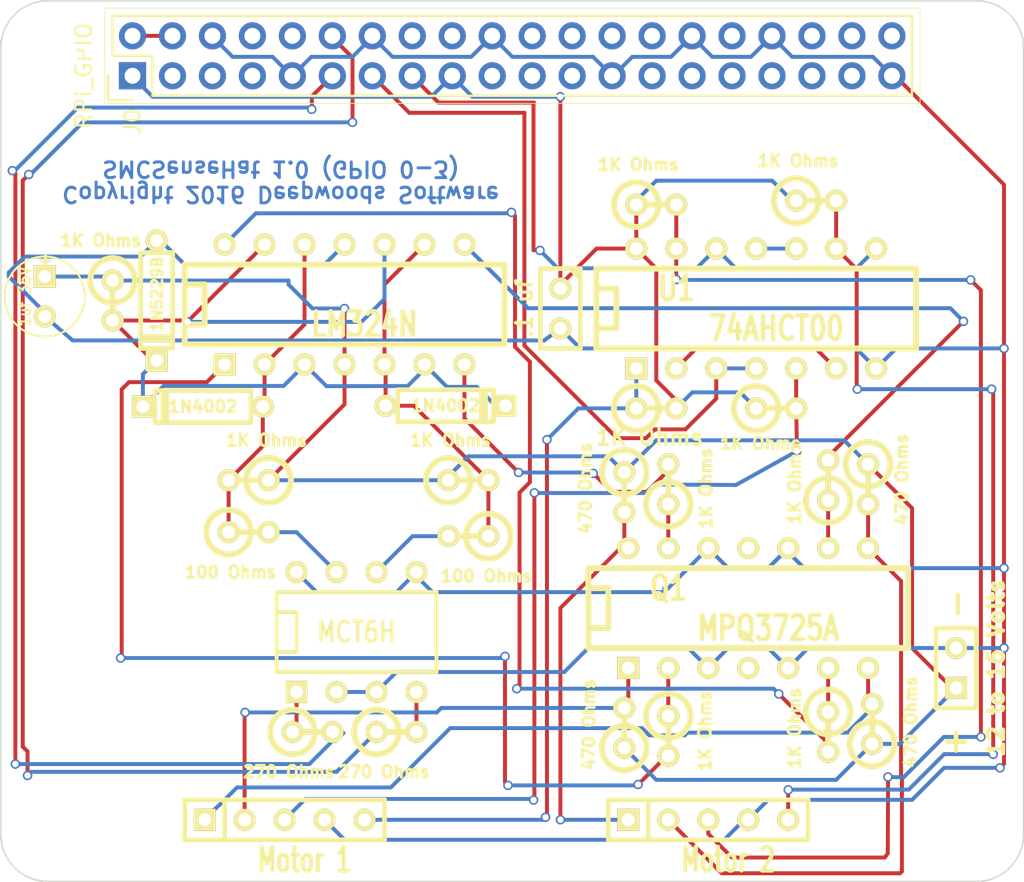
<source format=kicad_pcb>
(kicad_pcb (version 3) (host pcbnew "(2013-june-11)-stable")

  (general
    (links 91)
    (no_connects 0)
    (area 64.84839 57.88 166.406429 138.955)
    (thickness 1.6)
    (drawings 19)
    (tracks 421)
    (zones 0)
    (modules 36)
    (nets 34)
  )

  (page USLetter)
  (title_block 
    (title "Switch Motor Control and Sense")
    (rev 1.0)
    (company "Deepwoods Software")
  )

  (layers
    (15 F.Cu signal)
    (0 B.Cu signal)
    (16 B.Adhes user hide)
    (17 F.Adhes user hide)
    (18 B.Paste user hide)
    (19 F.Paste user hide)
    (20 B.SilkS user)
    (21 F.SilkS user)
    (22 B.Mask user hide)
    (23 F.Mask user hide)
    (24 Dwgs.User user hide)
    (25 Cmts.User user hide)
    (26 Eco1.User user hide)
    (27 Eco2.User user hide)
    (28 Edge.Cuts user)
  )

  (setup
    (last_trace_width 0.25)
    (user_trace_width 0.01)
    (user_trace_width 0.02)
    (user_trace_width 0.05)
    (user_trace_width 0.1)
    (user_trace_width 0.2)
    (trace_clearance 0.2)
    (zone_clearance 0.508)
    (zone_45_only no)
    (trace_min 0.01)
    (segment_width 0.2)
    (edge_width 0.2)
    (via_size 0.6)
    (via_drill 0.4)
    (via_min_size 0.4)
    (via_min_drill 0.3)
    (uvia_size 0.3)
    (uvia_drill 0.1)
    (uvias_allowed no)
    (uvia_min_size 0.2)
    (uvia_min_drill 0.1)
    (pcb_text_width 0.3)
    (pcb_text_size 1.5 1.5)
    (mod_edge_width 0.15)
    (mod_text_size 1 1)
    (mod_text_width 0.15)
    (pad_size 2.75 2.75)
    (pad_drill 2.75)
    (pad_to_mask_clearance 0)
    (aux_axis_origin 0 0)
    (visible_elements 7FFFFFFF)
    (pcbplotparams
      (layerselection 3178497)
      (usegerberextensions false)
      (excludeedgelayer true)
      (linewidth 0.100000)
      (plotframeref false)
      (viasonmask false)
      (mode 1)
      (useauxorigin false)
      (hpglpennumber 1)
      (hpglpenspeed 20)
      (hpglpendiameter 15)
      (hpglpenoverlay 2)
      (psnegative false)
      (psa4output false)
      (plotreference true)
      (plotvalue true)
      (plotothertext true)
      (plotinvisibletext false)
      (padsonsilk false)
      (subtractmaskfromsilk false)
      (outputformat 1)
      (mirror false)
      (drillshape 0)
      (scaleselection 1)
      (outputdirectory meta/))
  )

  (net 0 "")
  (net 1 +12V)
  (net 2 +3.3V)
  (net 3 +5V)
  (net 4 "/M Select 2")
  (net 5 "/MSelect 1")
  (net 6 "/Motor 1 A")
  (net 7 "/Motor 1 B")
  (net 8 "/Motor 2 A")
  (net 9 "/Motor 2 B")
  (net 10 "/Point 1 A")
  (net 11 "/Point 1 B")
  (net 12 "/Point 2 A")
  (net 13 "/Point 2 B")
  (net 14 "/Point Sense 1")
  (net 15 "/Point Sense 2")
  (net 16 GND)
  (net 17 N-000001)
  (net 18 N-0000010)
  (net 19 N-0000011)
  (net 20 N-0000012)
  (net 21 N-0000013)
  (net 22 N-0000016)
  (net 23 N-0000017)
  (net 24 N-0000028)
  (net 25 N-000005)
  (net 26 N-0000054)
  (net 27 N-0000055)
  (net 28 N-0000056)
  (net 29 N-0000057)
  (net 30 N-000006)
  (net 31 N-000007)
  (net 32 N-000008)
  (net 33 N-000009)

  (net_class Default "This is the default net class."
    (clearance 0.2)
    (trace_width 0.25)
    (via_dia 0.6)
    (via_drill 0.4)
    (uvia_dia 0.3)
    (uvia_drill 0.1)
    (add_net "")
    (add_net +12V)
    (add_net +3.3V)
    (add_net +5V)
    (add_net "/M Select 2")
    (add_net "/MSelect 1")
    (add_net "/Motor 1 A")
    (add_net "/Motor 1 B")
    (add_net "/Motor 2 A")
    (add_net "/Motor 2 B")
    (add_net "/Point 1 A")
    (add_net "/Point 1 B")
    (add_net "/Point 2 A")
    (add_net "/Point 2 B")
    (add_net "/Point Sense 1")
    (add_net "/Point Sense 2")
    (add_net GND)
    (add_net N-000001)
    (add_net N-0000010)
    (add_net N-0000011)
    (add_net N-0000012)
    (add_net N-0000013)
    (add_net N-0000016)
    (add_net N-0000017)
    (add_net N-0000028)
    (add_net N-000005)
    (add_net N-0000054)
    (add_net N-0000055)
    (add_net N-0000056)
    (add_net N-0000057)
    (add_net N-000006)
    (add_net N-000007)
    (add_net N-000008)
    (add_net N-000009)
  )

  (module SIL-2 (layer F.Cu) (tedit 58177115) (tstamp 581684EF)
    (at 134.366 111.506 90)
    (descr "Connecteurs 2 pins")
    (tags "CONN DEV")
    (path /58168C22)
    (fp_text reference T3 (at 0 -2.54 90) (layer F.SilkS) hide
      (effects (font (size 1.72974 1.08712) (thickness 0.27178)))
    )
    (fp_text value "12 to 16 Volts" (at 0 2.54 90) (layer F.SilkS)
      (effects (font (size 1 1) (thickness 0.25)))
    )
    (fp_line (start -2.54 1.27) (end -2.54 -1.27) (layer F.SilkS) (width 0.3048))
    (fp_line (start -2.54 -1.27) (end 2.54 -1.27) (layer F.SilkS) (width 0.3048))
    (fp_line (start 2.54 -1.27) (end 2.54 1.27) (layer F.SilkS) (width 0.3048))
    (fp_line (start 2.54 1.27) (end -2.54 1.27) (layer F.SilkS) (width 0.3048))
    (pad 1 thru_hole rect (at -1.27 0 90) (size 1.397 1.397) (drill 0.8128)
      (layers *.Cu *.Mask F.SilkS)
      (net 1 +12V)
    )
    (pad 2 thru_hole circle (at 1.27 0 90) (size 1.397 1.397) (drill 0.8128)
      (layers *.Cu *.Mask F.SilkS)
      (net 16 GND)
    )
    (model device/bornier_2.wrl
      (at (xyz 0 0 0))
      (scale (xyz 0.5 0.5 0.5))
      (rotate (xyz 0 0 0))
    )
  )

  (module SIL-5 (layer F.Cu) (tedit 58168B7D) (tstamp 581684E5)
    (at 119.888 121.158)
    (descr "Connecteur 5 pins")
    (tags "CONN DEV")
    (path /5816771F)
    (fp_text reference T2 (at -0.635 -2.54) (layer F.SilkS) hide
      (effects (font (size 1.72974 1.08712) (thickness 0.27178)))
    )
    (fp_text value "Motor 2" (at 0 2.54) (layer F.SilkS)
      (effects (font (size 1.524 1.016) (thickness 0.254)))
    )
    (fp_line (start -7.62 1.27) (end -7.62 -1.27) (layer F.SilkS) (width 0.3048))
    (fp_line (start -7.62 -1.27) (end 5.08 -1.27) (layer F.SilkS) (width 0.3048))
    (fp_line (start 5.08 -1.27) (end 5.08 1.27) (layer F.SilkS) (width 0.3048))
    (fp_line (start 5.08 1.27) (end -7.62 1.27) (layer F.SilkS) (width 0.3048))
    (fp_line (start -5.08 1.27) (end -5.08 -1.27) (layer F.SilkS) (width 0.3048))
    (pad 1 thru_hole rect (at -6.35 0) (size 1.397 1.397) (drill 0.8128)
      (layers *.Cu *.Mask F.SilkS)
      (net 9 "/Motor 2 B")
    )
    (pad 2 thru_hole circle (at -3.81 0) (size 1.397 1.397) (drill 0.8128)
      (layers *.Cu *.Mask F.SilkS)
      (net 8 "/Motor 2 A")
    )
    (pad 3 thru_hole circle (at -1.27 0) (size 1.397 1.397) (drill 0.8128)
      (layers *.Cu *.Mask F.SilkS)
      (net 13 "/Point 2 B")
    )
    (pad 4 thru_hole circle (at 1.27 0) (size 1.397 1.397) (drill 0.8128)
      (layers *.Cu *.Mask F.SilkS)
      (net 16 GND)
    )
    (pad 5 thru_hole circle (at 3.81 0) (size 1.397 1.397) (drill 0.8128)
      (layers *.Cu *.Mask F.SilkS)
      (net 12 "/Point 2 A")
    )
    (model device/bornier_5.wrl
      (at (xyz -0.0533 0 0))
      (scale (xyz 0.5 0.5 0.5))
      (rotate (xyz 0 0 0))
    )
  )

  (module SIL-5 (layer F.Cu) (tedit 58168B38) (tstamp 581684D7)
    (at 92.964 121.158)
    (descr "Connecteur 5 pins")
    (tags "CONN DEV")
    (path /581675AC)
    (fp_text reference T1 (at -0.635 -2.54) (layer F.SilkS) hide
      (effects (font (size 1.72974 1.08712) (thickness 0.27178)))
    )
    (fp_text value "Motor 1" (at 0 2.54) (layer F.SilkS)
      (effects (font (size 1.524 1.016) (thickness 0.254)))
    )
    (fp_line (start -7.62 1.27) (end -7.62 -1.27) (layer F.SilkS) (width 0.3048))
    (fp_line (start -7.62 -1.27) (end 5.08 -1.27) (layer F.SilkS) (width 0.3048))
    (fp_line (start 5.08 -1.27) (end 5.08 1.27) (layer F.SilkS) (width 0.3048))
    (fp_line (start 5.08 1.27) (end -7.62 1.27) (layer F.SilkS) (width 0.3048))
    (fp_line (start -5.08 1.27) (end -5.08 -1.27) (layer F.SilkS) (width 0.3048))
    (pad 1 thru_hole rect (at -6.35 0) (size 1.397 1.397) (drill 0.8128)
      (layers *.Cu *.Mask F.SilkS)
      (net 7 "/Motor 1 B")
    )
    (pad 2 thru_hole circle (at -3.81 0) (size 1.397 1.397) (drill 0.8128)
      (layers *.Cu *.Mask F.SilkS)
      (net 6 "/Motor 1 A")
    )
    (pad 3 thru_hole circle (at -1.27 0) (size 1.397 1.397) (drill 0.8128)
      (layers *.Cu *.Mask F.SilkS)
      (net 11 "/Point 1 B")
    )
    (pad 4 thru_hole circle (at 1.27 0) (size 1.397 1.397) (drill 0.8128)
      (layers *.Cu *.Mask F.SilkS)
      (net 16 GND)
    )
    (pad 5 thru_hole circle (at 3.81 0) (size 1.397 1.397) (drill 0.8128)
      (layers *.Cu *.Mask F.SilkS)
      (net 10 "/Point 1 A")
    )
    (model device/bornier_5.wrl
      (at (xyz -0.0533 0 0))
      (scale (xyz 0.5 0.5 0.5))
      (rotate (xyz 0 0 0))
    )
  )

  (module RPi_Hat:Pin_Header_Straight_2x20   locked (layer B.Cu) (tedit 58161C00) (tstamp 5516AEA0)
    (at 106.16 72.58 90)
    (descr "Through hole pin header")
    (tags "pin header")
    (path /5516AE26)
    (fp_text reference J0 (at -4.191 -24.13 90) (layer F.SilkS)
      (effects (font (size 1 1) (thickness 0.15)))
    )
    (fp_text value RPi_GPIO (at -1.27 -27.23 90) (layer F.SilkS)
      (effects (font (size 1 1) (thickness 0.15)))
    )
    (fp_line (start -3.02 -25.88) (end -3.02 25.92) (layer F.SilkS) (width 0.05))
    (fp_line (start 3.03 -25.88) (end 3.03 25.92) (layer F.SilkS) (width 0.05))
    (fp_line (start -3.02 -25.88) (end 3.03 -25.88) (layer F.SilkS) (width 0.05))
    (fp_line (start -3.02 25.92) (end 3.03 25.92) (layer F.SilkS) (width 0.05))
    (fp_line (start 2.54 25.4) (end 2.54 -25.4) (layer F.SilkS) (width 0.15))
    (fp_line (start -2.54 -22.86) (end -2.54 25.4) (layer F.SilkS) (width 0.15))
    (fp_line (start 2.54 25.4) (end -2.54 25.4) (layer F.SilkS) (width 0.15))
    (fp_line (start 2.54 -25.4) (end 0 -25.4) (layer F.SilkS) (width 0.15))
    (fp_line (start -1.27 -25.68) (end -2.82 -25.68) (layer F.SilkS) (width 0.15))
    (fp_line (start 0 -25.4) (end 0 -22.86) (layer F.SilkS) (width 0.15))
    (fp_line (start 0 -22.86) (end -2.54 -22.86) (layer F.SilkS) (width 0.15))
    (fp_line (start -2.82 -25.68) (end -2.82 -24.13) (layer F.SilkS) (width 0.15))
    (pad 1 thru_hole rect (at -1.27 -24.13 90) (size 1.7272 1.7272) (drill 1.016)
      (layers *.Cu *.Mask)
      (net 2 +3.3V)
    )
    (pad 2 thru_hole oval (at 1.27 -24.13 90) (size 1.7272 1.7272) (drill 1.016)
      (layers *.Cu *.Mask)
      (net 3 +5V)
    )
    (pad 3 thru_hole oval (at -1.27 -21.59 90) (size 1.7272 1.7272) (drill 1.016)
      (layers *.Cu *.Mask)
    )
    (pad 4 thru_hole oval (at 1.27 -21.59 90) (size 1.7272 1.7272) (drill 1.016)
      (layers *.Cu *.Mask)
      (net 3 +5V)
    )
    (pad 5 thru_hole oval (at -1.27 -19.05 90) (size 1.7272 1.7272) (drill 1.016)
      (layers *.Cu *.Mask)
    )
    (pad 6 thru_hole oval (at 1.27 -19.05 90) (size 1.7272 1.7272) (drill 1.016)
      (layers *.Cu *.Mask)
      (net 16 GND)
    )
    (pad 7 thru_hole oval (at -1.27 -16.51 90) (size 1.7272 1.7272) (drill 1.016)
      (layers *.Cu *.Mask)
    )
    (pad 8 thru_hole oval (at 1.27 -16.51 90) (size 1.7272 1.7272) (drill 1.016)
      (layers *.Cu *.Mask)
    )
    (pad 9 thru_hole oval (at -1.27 -13.97 90) (size 1.7272 1.7272) (drill 1.016)
      (layers *.Cu *.Mask)
      (net 16 GND)
    )
    (pad 10 thru_hole oval (at 1.27 -13.97 90) (size 1.7272 1.7272) (drill 1.016)
      (layers *.Cu *.Mask)
    )
    (pad 11 thru_hole oval (at -1.27 -11.43 90) (size 1.7272 1.7272) (drill 1.016)
      (layers *.Cu *.Mask)
      (net 5 "/MSelect 1")
    )
    (pad 12 thru_hole oval (at 1.27 -11.43 90) (size 1.7272 1.7272) (drill 1.016)
      (layers *.Cu *.Mask)
      (net 4 "/M Select 2")
    )
    (pad 13 thru_hole oval (at -1.27 -8.89 90) (size 1.7272 1.7272) (drill 1.016)
      (layers *.Cu *.Mask)
      (net 14 "/Point Sense 1")
    )
    (pad 14 thru_hole oval (at 1.27 -8.89 90) (size 1.7272 1.7272) (drill 1.016)
      (layers *.Cu *.Mask)
      (net 16 GND)
    )
    (pad 15 thru_hole oval (at -1.27 -6.35 90) (size 1.7272 1.7272) (drill 1.016)
      (layers *.Cu *.Mask)
      (net 15 "/Point Sense 2")
    )
    (pad 16 thru_hole oval (at 1.27 -6.35 90) (size 1.7272 1.7272) (drill 1.016)
      (layers *.Cu *.Mask)
    )
    (pad 17 thru_hole oval (at -1.27 -3.81 90) (size 1.7272 1.7272) (drill 1.016)
      (layers *.Cu *.Mask)
      (net 2 +3.3V)
    )
    (pad 18 thru_hole oval (at 1.27 -3.81 90) (size 1.7272 1.7272) (drill 1.016)
      (layers *.Cu *.Mask)
    )
    (pad 19 thru_hole oval (at -1.27 -1.27 90) (size 1.7272 1.7272) (drill 1.016)
      (layers *.Cu *.Mask)
    )
    (pad 20 thru_hole oval (at 1.27 -1.27 90) (size 1.7272 1.7272) (drill 1.016)
      (layers *.Cu *.Mask)
      (net 16 GND)
    )
    (pad 21 thru_hole oval (at -1.27 1.27 90) (size 1.7272 1.7272) (drill 1.016)
      (layers *.Cu *.Mask)
    )
    (pad 22 thru_hole oval (at 1.27 1.27 90) (size 1.7272 1.7272) (drill 1.016)
      (layers *.Cu *.Mask)
    )
    (pad 23 thru_hole oval (at -1.27 3.81 90) (size 1.7272 1.7272) (drill 1.016)
      (layers *.Cu *.Mask)
    )
    (pad 24 thru_hole oval (at 1.27 3.81 90) (size 1.7272 1.7272) (drill 1.016)
      (layers *.Cu *.Mask)
    )
    (pad 25 thru_hole oval (at -1.27 6.35 90) (size 1.7272 1.7272) (drill 1.016)
      (layers *.Cu *.Mask)
      (net 16 GND)
    )
    (pad 26 thru_hole oval (at 1.27 6.35 90) (size 1.7272 1.7272) (drill 1.016)
      (layers *.Cu *.Mask)
    )
    (pad 27 thru_hole oval (at -1.27 8.89 90) (size 1.7272 1.7272) (drill 1.016)
      (layers *.Cu *.Mask)
    )
    (pad 28 thru_hole oval (at 1.27 8.89 90) (size 1.7272 1.7272) (drill 1.016)
      (layers *.Cu *.Mask)
    )
    (pad 29 thru_hole oval (at -1.27 11.43 90) (size 1.7272 1.7272) (drill 1.016)
      (layers *.Cu *.Mask)
    )
    (pad 30 thru_hole oval (at 1.27 11.43 90) (size 1.7272 1.7272) (drill 1.016)
      (layers *.Cu *.Mask)
      (net 16 GND)
    )
    (pad 31 thru_hole oval (at -1.27 13.97 90) (size 1.7272 1.7272) (drill 1.016)
      (layers *.Cu *.Mask)
    )
    (pad 32 thru_hole oval (at 1.27 13.97 90) (size 1.7272 1.7272) (drill 1.016)
      (layers *.Cu *.Mask)
    )
    (pad 33 thru_hole oval (at -1.27 16.51 90) (size 1.7272 1.7272) (drill 1.016)
      (layers *.Cu *.Mask)
    )
    (pad 34 thru_hole oval (at 1.27 16.51 90) (size 1.7272 1.7272) (drill 1.016)
      (layers *.Cu *.Mask)
      (net 16 GND)
    )
    (pad 35 thru_hole oval (at -1.27 19.05 90) (size 1.7272 1.7272) (drill 1.016)
      (layers *.Cu *.Mask)
    )
    (pad 36 thru_hole oval (at 1.27 19.05 90) (size 1.7272 1.7272) (drill 1.016)
      (layers *.Cu *.Mask)
    )
    (pad 37 thru_hole oval (at -1.27 21.59 90) (size 1.7272 1.7272) (drill 1.016)
      (layers *.Cu *.Mask)
    )
    (pad 38 thru_hole oval (at 1.27 21.59 90) (size 1.7272 1.7272) (drill 1.016)
      (layers *.Cu *.Mask)
    )
    (pad 39 thru_hole oval (at -1.27 24.13 90) (size 1.7272 1.7272) (drill 1.016)
      (layers *.Cu *.Mask)
      (net 16 GND)
    )
    (pad 40 thru_hole oval (at 1.27 24.13 90) (size 1.7272 1.7272) (drill 1.016)
      (layers *.Cu *.Mask)
    )
    (model Pin_Headers.3dshapes/Pin_Header_Straight_2x20.wrl
      (at (xyz 0 0 0))
      (scale (xyz 1 1 1))
      (rotate (xyz 0 0 90))
    )
  )

  (module RPi_Hat:RPi_Hat_Mounting_Hole   locked (layer B.Cu) (tedit 55217C7B) (tstamp 5515DEA9)
    (at 135.16 72.58)
    (descr "Mounting hole, Befestigungsbohrung, 2,7mm, No Annular, Kein Restring,")
    (tags "Mounting hole, Befestigungsbohrung, 2,7mm, No Annular, Kein Restring,")
    (fp_text reference "" (at 0 -4.0005) (layer F.SilkS) hide
      (effects (font (size 1 1) (thickness 0.15)))
    )
    (fp_text value "" (at 0.09906 3.59918) (layer F.SilkS) hide
      (effects (font (size 1 1) (thickness 0.15)))
    )
    (fp_circle (center 0 0) (end 1.375 0) (layer Dwgs.User) (width 0.15))
    (fp_circle (center 0 0) (end 3.1 0) (layer Dwgs.User) (width 0.15))
    (fp_circle (center 0 0) (end 3.1 0) (layer Dwgs.User) (width 0.15))
    (fp_circle (center 0 0) (end 1.375 0) (layer Dwgs.User) (width 0.15))
    (fp_circle (center 0 0) (end 3.1 0) (layer Dwgs.User) (width 0.15))
    (fp_circle (center 0 0) (end 3.1 0) (layer Dwgs.User) (width 0.15))
    (pad "" np_thru_hole circle (at 0 0) (size 2.75 2.75) (drill 2.75)
      (layers *.Cu *.Mask)
      (solder_mask_margin 1.725)
      (clearance 1.725)
    )
  )

  (module RPi_Hat:RPi_Hat_Mounting_Hole   locked (layer B.Cu) (tedit 55217CCB) (tstamp 55169DC9)
    (at 135.16 121.58)
    (descr "Mounting hole, Befestigungsbohrung, 2,7mm, No Annular, Kein Restring,")
    (tags "Mounting hole, Befestigungsbohrung, 2,7mm, No Annular, Kein Restring,")
    (fp_text reference "" (at 0 -4.0005) (layer F.SilkS) hide
      (effects (font (size 1 1) (thickness 0.15)))
    )
    (fp_text value "" (at 0.09906 3.59918) (layer F.SilkS) hide
      (effects (font (size 1 1) (thickness 0.15)))
    )
    (fp_circle (center 0 0) (end 1.375 0) (layer Dwgs.User) (width 0.15))
    (fp_circle (center 0 0) (end 3.1 0) (layer Dwgs.User) (width 0.15))
    (fp_circle (center 0 0) (end 3.1 0) (layer Dwgs.User) (width 0.15))
    (fp_circle (center 0 0) (end 1.375 0) (layer Dwgs.User) (width 0.15))
    (fp_circle (center 0 0) (end 3.1 0) (layer Dwgs.User) (width 0.15))
    (fp_circle (center 0 0) (end 3.1 0) (layer Dwgs.User) (width 0.15))
    (pad "" np_thru_hole circle (at 0 0) (size 2.75 2.75) (drill 2.75)
      (layers *.Cu *.Mask)
      (solder_mask_margin 1.725)
      (clearance 1.725)
    )
  )

  (module RPi_Hat:RPi_Hat_Mounting_Hole   locked (layer B.Cu) (tedit 55217CB9) (tstamp 5515DECC)
    (at 77.16 121.58)
    (descr "Mounting hole, Befestigungsbohrung, 2,7mm, No Annular, Kein Restring,")
    (tags "Mounting hole, Befestigungsbohrung, 2,7mm, No Annular, Kein Restring,")
    (fp_text reference "" (at 0 -4.0005) (layer F.SilkS) hide
      (effects (font (size 1 1) (thickness 0.15)))
    )
    (fp_text value "" (at 0.09906 3.59918) (layer F.SilkS) hide
      (effects (font (size 1 1) (thickness 0.15)))
    )
    (fp_circle (center 0 0) (end 1.375 0) (layer Dwgs.User) (width 0.15))
    (fp_circle (center 0 0) (end 3.1 0) (layer Dwgs.User) (width 0.15))
    (fp_circle (center 0 0) (end 3.1 0) (layer Dwgs.User) (width 0.15))
    (fp_circle (center 0 0) (end 1.375 0) (layer Dwgs.User) (width 0.15))
    (fp_circle (center 0 0) (end 3.1 0) (layer Dwgs.User) (width 0.15))
    (fp_circle (center 0 0) (end 3.1 0) (layer Dwgs.User) (width 0.15))
    (pad "" np_thru_hole circle (at 0 0) (size 2.75 2.75) (drill 2.75)
      (layers *.Cu *.Mask)
      (solder_mask_margin 1.725)
      (clearance 1.725)
    )
  )

  (module RPi_Hat:RPi_Hat_Mounting_Hole   locked (layer B.Cu) (tedit 55217CA2) (tstamp 5515DEBF)
    (at 77.16 72.58)
    (descr "Mounting hole, Befestigungsbohrung, 2,7mm, No Annular, Kein Restring,")
    (tags "Mounting hole, Befestigungsbohrung, 2,7mm, No Annular, Kein Restring,")
    (fp_text reference "" (at 0 -4.0005) (layer F.SilkS) hide
      (effects (font (size 1 1) (thickness 0.15)))
    )
    (fp_text value "" (at 0.09906 3.59918) (layer F.SilkS) hide
      (effects (font (size 1 1) (thickness 0.15)))
    )
    (fp_circle (center 0 0) (end 1.375 0) (layer Dwgs.User) (width 0.15))
    (fp_circle (center 0 0) (end 3.1 0) (layer Dwgs.User) (width 0.15))
    (fp_circle (center 0 0) (end 3.1 0) (layer Dwgs.User) (width 0.15))
    (fp_circle (center 0 0) (end 1.375 0) (layer Dwgs.User) (width 0.15))
    (fp_circle (center 0 0) (end 3.1 0) (layer Dwgs.User) (width 0.15))
    (fp_circle (center 0 0) (end 3.1 0) (layer Dwgs.User) (width 0.15))
    (pad "" np_thru_hole circle (at 0 0) (size 2.75 2.75) (drill 2.75)
      (layers *.Cu *.Mask)
      (solder_mask_margin 1.725)
      (clearance 1.725)
    )
  )

  (module R1 (layer F.Cu) (tedit 58176F70) (tstamp 58165770)
    (at 103.378 99.568)
    (descr "Resistance verticale")
    (tags R)
    (path /5816591C)
    (autoplace_cost90 10)
    (autoplace_cost180 10)
    (fp_text reference R4 (at -1.016 -2.54) (layer F.SilkS) hide
      (effects (font (size 1.397 1.27) (thickness 0.2032)))
    )
    (fp_text value "1K Ohms" (at -1.143 -2.54) (layer F.SilkS)
      (effects (font (size 0.75 0.75) (thickness 0.1875)))
    )
    (fp_line (start -1.27 0) (end 1.27 0) (layer F.SilkS) (width 0.381))
    (fp_circle (center -1.27 0) (end -0.635 1.27) (layer F.SilkS) (width 0.381))
    (pad 1 thru_hole circle (at -1.27 0) (size 1.397 1.397) (drill 0.8128)
      (layers *.Cu *.Mask F.SilkS)
      (net 1 +12V)
    )
    (pad 2 thru_hole circle (at 1.27 0) (size 1.397 1.397) (drill 0.8128)
      (layers *.Cu *.Mask F.SilkS)
      (net 23 N-0000017)
    )
    (model discret/verti_resistor.wrl
      (at (xyz 0 0 0))
      (scale (xyz 1 1 1))
      (rotate (xyz 0 0 0))
    )
  )

  (module R1 (layer F.Cu) (tedit 58176F4A) (tstamp 58165778)
    (at 103.378 103.124 180)
    (descr "Resistance verticale")
    (tags R)
    (path /581658F3)
    (autoplace_cost90 10)
    (autoplace_cost180 10)
    (fp_text reference R2 (at -1.016 -2.54 180) (layer F.SilkS) hide
      (effects (font (size 1.397 1.27) (thickness 0.2032)))
    )
    (fp_text value "100 Ohms" (at -1.143 -2.54 180) (layer F.SilkS)
      (effects (font (size 0.75 0.75) (thickness 0.1875)))
    )
    (fp_line (start -1.27 0) (end 1.27 0) (layer F.SilkS) (width 0.381))
    (fp_circle (center -1.27 0) (end -0.635 1.27) (layer F.SilkS) (width 0.381))
    (pad 1 thru_hole circle (at -1.27 0 180) (size 1.397 1.397) (drill 0.8128)
      (layers *.Cu *.Mask F.SilkS)
      (net 23 N-0000017)
    )
    (pad 2 thru_hole circle (at 1.27 0 180) (size 1.397 1.397) (drill 0.8128)
      (layers *.Cu *.Mask F.SilkS)
      (net 22 N-0000016)
    )
    (model discret/verti_resistor.wrl
      (at (xyz 0 0 0))
      (scale (xyz 1 1 1))
      (rotate (xyz 0 0 0))
    )
  )

  (module R1 (layer F.Cu) (tedit 5816968F) (tstamp 58165780)
    (at 93.472 115.57)
    (descr "Resistance verticale")
    (tags R)
    (path /58164730)
    (autoplace_cost90 10)
    (autoplace_cost180 10)
    (fp_text reference R6 (at -1.016 2.54) (layer F.SilkS) hide
      (effects (font (size 0.75 0.75) (thickness 0.1875)))
    )
    (fp_text value "270 Ohms" (at -1.5 2.54) (layer F.SilkS)
      (effects (font (size 0.75 0.75) (thickness 0.1875)))
    )
    (fp_line (start -1.27 0) (end 1.27 0) (layer F.SilkS) (width 0.381))
    (fp_circle (center -1.27 0) (end -0.635 1.27) (layer F.SilkS) (width 0.381))
    (pad 1 thru_hole circle (at -1.27 0) (size 1.397 1.397) (drill 0.8128)
      (layers *.Cu *.Mask F.SilkS)
      (net 28 N-0000056)
    )
    (pad 2 thru_hole circle (at 1.27 0) (size 1.397 1.397) (drill 0.8128)
      (layers *.Cu *.Mask F.SilkS)
      (net 5 "/MSelect 1")
    )
    (model discret/verti_resistor.wrl
      (at (xyz 0 0 0))
      (scale (xyz 1 1 1))
      (rotate (xyz 0 0 0))
    )
  )

  (module R1 (layer F.Cu) (tedit 5816969B) (tstamp 58165788)
    (at 98.806 115.57)
    (descr "Resistance verticale")
    (tags R)
    (path /5816473F)
    (autoplace_cost90 10)
    (autoplace_cost180 10)
    (fp_text reference R7 (at -1.016 2.54) (layer F.SilkS) hide
      (effects (font (size 0.75 0.75) (thickness 0.1875)))
    )
    (fp_text value "270 Ohms" (at -0.8 2.54) (layer F.SilkS)
      (effects (font (size 0.75 0.75) (thickness 0.1875)))
    )
    (fp_line (start -1.27 0) (end 1.27 0) (layer F.SilkS) (width 0.381))
    (fp_circle (center -1.27 0) (end -0.635 1.27) (layer F.SilkS) (width 0.381))
    (pad 1 thru_hole circle (at -1.27 0) (size 1.397 1.397) (drill 0.8128)
      (layers *.Cu *.Mask F.SilkS)
      (net 4 "/M Select 2")
    )
    (pad 2 thru_hole circle (at 1.27 0) (size 1.397 1.397) (drill 0.8128)
      (layers *.Cu *.Mask F.SilkS)
      (net 27 N-0000055)
    )
    (model discret/verti_resistor.wrl
      (at (xyz 0 0 0))
      (scale (xyz 1 1 1))
      (rotate (xyz 0 0 0))
    )
  )

  (module R1 (layer F.Cu) (tedit 58177016) (tstamp 58165790)
    (at 115.316 94.996)
    (descr "Resistance verticale")
    (tags R)
    (path /581649CF)
    (autoplace_cost90 10)
    (autoplace_cost180 10)
    (fp_text reference R8 (at -1.016 2.54) (layer F.SilkS) hide
      (effects (font (size 1.397 1.27) (thickness 0.2032)))
    )
    (fp_text value "1K Ohms" (at -0.4267 1.844) (layer F.SilkS)
      (effects (font (size 1 1) (thickness 0.2032)))
    )
    (fp_line (start -1.27 0) (end 1.27 0) (layer F.SilkS) (width 0.381))
    (fp_circle (center -1.27 0) (end -0.635 1.27) (layer F.SilkS) (width 0.381))
    (pad 1 thru_hole circle (at -1.27 0) (size 1.397 1.397) (drill 0.8128)
      (layers *.Cu *.Mask F.SilkS)
      (net 10 "/Point 1 A")
    )
    (pad 2 thru_hole circle (at 1.27 0) (size 1.397 1.397) (drill 0.8128)
      (layers *.Cu *.Mask F.SilkS)
      (net 2 +3.3V)
    )
    (model discret/verti_resistor.wrl
      (at (xyz 0 0 0))
      (scale (xyz 1 1 1))
      (rotate (xyz 0 0 0))
    )
  )

  (module R1 (layer F.Cu) (tedit 5817701E) (tstamp 58165798)
    (at 122.936 94.996)
    (descr "Resistance verticale")
    (tags R)
    (path /581649F2)
    (autoplace_cost90 10)
    (autoplace_cost180 10)
    (fp_text reference R9 (at -1.016 2.54) (layer F.SilkS) hide
      (effects (font (size 1.397 1.27) (thickness 0.2032)))
    )
    (fp_text value "1K Ohms" (at -1.0058 2.2352) (layer F.SilkS)
      (effects (font (size 0.75 0.75) (thickness 0.1875)))
    )
    (fp_line (start -1.27 0) (end 1.27 0) (layer F.SilkS) (width 0.381))
    (fp_circle (center -1.27 0) (end -0.635 1.27) (layer F.SilkS) (width 0.381))
    (pad 1 thru_hole circle (at -1.27 0) (size 1.397 1.397) (drill 0.8128)
      (layers *.Cu *.Mask F.SilkS)
      (net 2 +3.3V)
    )
    (pad 2 thru_hole circle (at 1.27 0) (size 1.397 1.397) (drill 0.8128)
      (layers *.Cu *.Mask F.SilkS)
      (net 11 "/Point 1 B")
    )
    (model discret/verti_resistor.wrl
      (at (xyz 0 0 0))
      (scale (xyz 1 1 1))
      (rotate (xyz 0 0 0))
    )
  )

  (module R1 (layer F.Cu) (tedit 58176F96) (tstamp 581657A0)
    (at 125.476 81.788)
    (descr "Resistance verticale")
    (tags R)
    (path /58164A2D)
    (autoplace_cost90 10)
    (autoplace_cost180 10)
    (fp_text reference R10 (at -1.016 2.54) (layer F.SilkS) hide
      (effects (font (size 1.397 1.27) (thickness 0.2032)))
    )
    (fp_text value "1K Ohms" (at -1.143 -2.54) (layer F.SilkS)
      (effects (font (size 0.75 0.75) (thickness 0.1875)))
    )
    (fp_line (start -1.27 0) (end 1.27 0) (layer F.SilkS) (width 0.381))
    (fp_circle (center -1.27 0) (end -0.635 1.27) (layer F.SilkS) (width 0.381))
    (pad 1 thru_hole circle (at -1.27 0) (size 1.397 1.397) (drill 0.8128)
      (layers *.Cu *.Mask F.SilkS)
      (net 2 +3.3V)
    )
    (pad 2 thru_hole circle (at 1.27 0) (size 1.397 1.397) (drill 0.8128)
      (layers *.Cu *.Mask F.SilkS)
      (net 12 "/Point 2 A")
    )
    (model discret/verti_resistor.wrl
      (at (xyz 0 0 0))
      (scale (xyz 1 1 1))
      (rotate (xyz 0 0 0))
    )
  )

  (module R1 (layer F.Cu) (tedit 58176F87) (tstamp 581657A8)
    (at 115.316 82.042)
    (descr "Resistance verticale")
    (tags R)
    (path /58164A6E)
    (autoplace_cost90 10)
    (autoplace_cost180 10)
    (fp_text reference R11 (at -1.016 2.54) (layer F.SilkS) hide
      (effects (font (size 1.397 1.27) (thickness 0.2032)))
    )
    (fp_text value "1K Ohms" (at -1.143 -2.54) (layer F.SilkS)
      (effects (font (size 0.75 0.75) (thickness 0.1875)))
    )
    (fp_line (start -1.27 0) (end 1.27 0) (layer F.SilkS) (width 0.381))
    (fp_circle (center -1.27 0) (end -0.635 1.27) (layer F.SilkS) (width 0.381))
    (pad 1 thru_hole circle (at -1.27 0) (size 1.397 1.397) (drill 0.8128)
      (layers *.Cu *.Mask F.SilkS)
      (net 2 +3.3V)
    )
    (pad 2 thru_hole circle (at 1.27 0) (size 1.397 1.397) (drill 0.8128)
      (layers *.Cu *.Mask F.SilkS)
      (net 13 "/Point 2 B")
    )
    (model discret/verti_resistor.wrl
      (at (xyz 0 0 0))
      (scale (xyz 1 1 1))
      (rotate (xyz 0 0 0))
    )
  )

  (module R1 (layer F.Cu) (tedit 58176F2D) (tstamp 581657B0)
    (at 89.408 102.87)
    (descr "Resistance verticale")
    (tags R)
    (path /581655E0)
    (autoplace_cost90 10)
    (autoplace_cost180 10)
    (fp_text reference R1 (at -1.016 2.54) (layer F.SilkS) hide
      (effects (font (size 1.397 1.27) (thickness 0.2032)))
    )
    (fp_text value "100 Ohms" (at -1.143 2.54) (layer F.SilkS)
      (effects (font (size 0.75 0.75) (thickness 0.1875)))
    )
    (fp_line (start -1.27 0) (end 1.27 0) (layer F.SilkS) (width 0.381))
    (fp_circle (center -1.27 0) (end -0.635 1.27) (layer F.SilkS) (width 0.381))
    (pad 1 thru_hole circle (at -1.27 0) (size 1.397 1.397) (drill 0.8128)
      (layers *.Cu *.Mask F.SilkS)
      (net 20 N-0000012)
    )
    (pad 2 thru_hole circle (at 1.27 0) (size 1.397 1.397) (drill 0.8128)
      (layers *.Cu *.Mask F.SilkS)
      (net 21 N-0000013)
    )
    (model discret/verti_resistor.wrl
      (at (xyz 0 0 0))
      (scale (xyz 1 1 1))
      (rotate (xyz 0 0 0))
    )
  )

  (module R1 (layer F.Cu) (tedit 581770EF) (tstamp 581657D8)
    (at 89.408 99.568 180)
    (descr "Resistance verticale")
    (tags R)
    (path /58165480)
    (autoplace_cost90 10)
    (autoplace_cost180 10)
    (fp_text reference R3 (at -1.016 2.54 180) (layer F.SilkS) hide
      (effects (font (size 1.397 1.27) (thickness 0.2032)))
    )
    (fp_text value "1K Ohms" (at -1.143 2.54 180) (layer F.SilkS)
      (effects (font (size 0.75 0.75) (thickness 0.1875)))
    )
    (fp_line (start -1.27 0) (end 1.27 0) (layer F.SilkS) (width 0.381))
    (fp_circle (center -1.27 0) (end -0.635 1.27) (layer F.SilkS) (width 0.381))
    (pad 1 thru_hole circle (at -1.27 0 180) (size 1.397 1.397) (drill 0.8128)
      (layers *.Cu *.Mask F.SilkS)
      (net 1 +12V)
    )
    (pad 2 thru_hole circle (at 1.27 0 180) (size 1.397 1.397) (drill 0.8128)
      (layers *.Cu *.Mask F.SilkS)
      (net 20 N-0000012)
    )
    (model discret/verti_resistor.wrl
      (at (xyz 0 0 0))
      (scale (xyz 1 1 1))
      (rotate (xyz 0 0 0))
    )
  )

  (module R1 (layer F.Cu) (tedit 58169D93) (tstamp 581657E0)
    (at 80.772 88.138 270)
    (descr "Resistance verticale")
    (tags R)
    (path /581653CD)
    (autoplace_cost90 10)
    (autoplace_cost180 10)
    (fp_text reference R5 (at -3.81 0.508 360) (layer F.SilkS) hide
      (effects (font (size 1.397 1.27) (thickness 0.2032)))
    )
    (fp_text value "1K Ohms" (at -3.81 0.762 360) (layer F.SilkS)
      (effects (font (size 0.75 0.75) (thickness 0.1875)))
    )
    (fp_line (start -1.27 0) (end 1.27 0) (layer F.SilkS) (width 0.381))
    (fp_circle (center -1.27 0) (end -0.635 1.27) (layer F.SilkS) (width 0.381))
    (pad 1 thru_hole circle (at -1.27 0 270) (size 1.397 1.397) (drill 0.8128)
      (layers *.Cu *.Mask F.SilkS)
      (net 1 +12V)
    )
    (pad 2 thru_hole circle (at 1.27 0 270) (size 1.397 1.397) (drill 0.8128)
      (layers *.Cu *.Mask F.SilkS)
      (net 26 N-0000054)
    )
    (model discret/verti_resistor.wrl
      (at (xyz 0 0 0))
      (scale (xyz 1 1 1))
      (rotate (xyz 0 0 0))
    )
  )

  (module DIP-8__300 (layer F.Cu) (tedit 581697B8) (tstamp 581657F3)
    (at 96.266 109.22)
    (descr "8 pins DIL package, round pads")
    (tags DIL)
    (path /5816468C)
    (fp_text reference IC1 (at -6.35 0 90) (layer F.SilkS) hide
      (effects (font (size 1.27 1.143) (thickness 0.2032)))
    )
    (fp_text value MCT6H (at 0 0) (layer F.SilkS)
      (effects (font (size 1.27 1.016) (thickness 0.2032)))
    )
    (fp_line (start -5.08 -1.27) (end -3.81 -1.27) (layer F.SilkS) (width 0.254))
    (fp_line (start -3.81 -1.27) (end -3.81 1.27) (layer F.SilkS) (width 0.254))
    (fp_line (start -3.81 1.27) (end -5.08 1.27) (layer F.SilkS) (width 0.254))
    (fp_line (start -5.08 -2.54) (end 5.08 -2.54) (layer F.SilkS) (width 0.254))
    (fp_line (start 5.08 -2.54) (end 5.08 2.54) (layer F.SilkS) (width 0.254))
    (fp_line (start 5.08 2.54) (end -5.08 2.54) (layer F.SilkS) (width 0.254))
    (fp_line (start -5.08 2.54) (end -5.08 -2.54) (layer F.SilkS) (width 0.254))
    (pad 1 thru_hole rect (at -3.81 3.81) (size 1.397 1.397) (drill 0.8128)
      (layers *.Cu *.Mask F.SilkS)
      (net 28 N-0000056)
    )
    (pad 2 thru_hole circle (at -1.27 3.81) (size 1.397 1.397) (drill 0.8128)
      (layers *.Cu *.Mask F.SilkS)
      (net 16 GND)
    )
    (pad 3 thru_hole circle (at 1.27 3.81) (size 1.397 1.397) (drill 0.8128)
      (layers *.Cu *.Mask F.SilkS)
      (net 16 GND)
    )
    (pad 4 thru_hole circle (at 3.81 3.81) (size 1.397 1.397) (drill 0.8128)
      (layers *.Cu *.Mask F.SilkS)
      (net 27 N-0000055)
    )
    (pad 5 thru_hole circle (at 3.81 -3.81) (size 1.397 1.397) (drill 0.8128)
      (layers *.Cu *.Mask F.SilkS)
      (net 16 GND)
    )
    (pad 6 thru_hole circle (at 1.27 -3.81) (size 1.397 1.397) (drill 0.8128)
      (layers *.Cu *.Mask F.SilkS)
      (net 22 N-0000016)
    )
    (pad 7 thru_hole circle (at -1.27 -3.81) (size 1.397 1.397) (drill 0.8128)
      (layers *.Cu *.Mask F.SilkS)
      (net 21 N-0000013)
    )
    (pad 8 thru_hole circle (at -3.81 -3.81) (size 1.397 1.397) (drill 0.8128)
      (layers *.Cu *.Mask F.SilkS)
      (net 16 GND)
    )
    (model dil/dil_8.wrl
      (at (xyz 0 0 0))
      (scale (xyz 1 1 1))
      (rotate (xyz 0 0 0))
    )
  )

  (module DIP-14__300 (layer F.Cu) (tedit 581697D1) (tstamp 58165825)
    (at 95.504 88.392)
    (descr "14 pins DIL package, round pads")
    (tags DIL)
    (path /58164F2A)
    (fp_text reference U2 (at -5.08 -1.27) (layer F.SilkS) hide
      (effects (font (size 1.524 1.143) (thickness 0.28575)))
    )
    (fp_text value LM324N (at 1.27 1.27) (layer F.SilkS)
      (effects (font (size 1.524 1.143) (thickness 0.3048)))
    )
    (fp_line (start -10.16 -2.54) (end 10.16 -2.54) (layer F.SilkS) (width 0.381))
    (fp_line (start 10.16 2.54) (end -10.16 2.54) (layer F.SilkS) (width 0.381))
    (fp_line (start -10.16 2.54) (end -10.16 -2.54) (layer F.SilkS) (width 0.381))
    (fp_line (start -10.16 -1.27) (end -8.89 -1.27) (layer F.SilkS) (width 0.381))
    (fp_line (start -8.89 -1.27) (end -8.89 1.27) (layer F.SilkS) (width 0.381))
    (fp_line (start -8.89 1.27) (end -10.16 1.27) (layer F.SilkS) (width 0.381))
    (fp_line (start 10.16 -2.54) (end 10.16 2.54) (layer F.SilkS) (width 0.381))
    (pad 1 thru_hole rect (at -7.62 3.81) (size 1.397 1.397) (drill 0.8128)
      (layers *.Cu *.Mask F.SilkS)
      (net 25 N-000005)
    )
    (pad 2 thru_hole circle (at -5.08 3.81) (size 1.397 1.397) (drill 0.8128)
      (layers *.Cu *.Mask F.SilkS)
      (net 20 N-0000012)
    )
    (pad 3 thru_hole circle (at -2.54 3.81) (size 1.397 1.397) (drill 0.8128)
      (layers *.Cu *.Mask F.SilkS)
      (net 26 N-0000054)
    )
    (pad 4 thru_hole circle (at 0 3.81) (size 1.397 1.397) (drill 0.8128)
      (layers *.Cu *.Mask F.SilkS)
      (net 1 +12V)
    )
    (pad 5 thru_hole circle (at 2.54 3.81) (size 1.397 1.397) (drill 0.8128)
      (layers *.Cu *.Mask F.SilkS)
      (net 23 N-0000017)
    )
    (pad 6 thru_hole circle (at 5.08 3.81) (size 1.397 1.397) (drill 0.8128)
      (layers *.Cu *.Mask F.SilkS)
      (net 26 N-0000054)
    )
    (pad 7 thru_hole circle (at 7.62 3.81) (size 1.397 1.397) (drill 0.8128)
      (layers *.Cu *.Mask F.SilkS)
      (net 18 N-0000010)
    )
    (pad 8 thru_hole circle (at 7.62 -3.81) (size 1.397 1.397) (drill 0.8128)
      (layers *.Cu *.Mask F.SilkS)
      (net 32 N-000008)
    )
    (pad 9 thru_hole circle (at 5.08 -3.81) (size 1.397 1.397) (drill 0.8128)
      (layers *.Cu *.Mask F.SilkS)
      (net 23 N-0000017)
    )
    (pad 10 thru_hole circle (at 2.54 -3.81) (size 1.397 1.397) (drill 0.8128)
      (layers *.Cu *.Mask F.SilkS)
      (net 26 N-0000054)
    )
    (pad 11 thru_hole circle (at 0 -3.81) (size 1.397 1.397) (drill 0.8128)
      (layers *.Cu *.Mask F.SilkS)
      (net 16 GND)
    )
    (pad 12 thru_hole circle (at -2.54 -3.81) (size 1.397 1.397) (drill 0.8128)
      (layers *.Cu *.Mask F.SilkS)
      (net 20 N-0000012)
    )
    (pad 13 thru_hole circle (at -5.08 -3.81) (size 1.397 1.397) (drill 0.8128)
      (layers *.Cu *.Mask F.SilkS)
      (net 26 N-0000054)
    )
    (pad 14 thru_hole circle (at -7.62 -3.81) (size 1.397 1.397) (drill 0.8128)
      (layers *.Cu *.Mask F.SilkS)
      (net 30 N-000006)
    )
    (model dil/dil_14.wrl
      (at (xyz 0 0 0))
      (scale (xyz 1 1 1))
      (rotate (xyz 0 0 0))
    )
  )

  (module DIP-14__300 (layer F.Cu) (tedit 200000) (tstamp 5816583E)
    (at 121.666 88.646)
    (descr "14 pins DIL package, round pads")
    (tags DIL)
    (path /58163F91)
    (fp_text reference U1 (at -5.08 -1.27) (layer F.SilkS)
      (effects (font (size 1.524 1.143) (thickness 0.3048)))
    )
    (fp_text value 74AHCT00 (at 1.27 1.27) (layer F.SilkS)
      (effects (font (size 1.524 1.143) (thickness 0.3048)))
    )
    (fp_line (start -10.16 -2.54) (end 10.16 -2.54) (layer F.SilkS) (width 0.381))
    (fp_line (start 10.16 2.54) (end -10.16 2.54) (layer F.SilkS) (width 0.381))
    (fp_line (start -10.16 2.54) (end -10.16 -2.54) (layer F.SilkS) (width 0.381))
    (fp_line (start -10.16 -1.27) (end -8.89 -1.27) (layer F.SilkS) (width 0.381))
    (fp_line (start -8.89 -1.27) (end -8.89 1.27) (layer F.SilkS) (width 0.381))
    (fp_line (start -8.89 1.27) (end -10.16 1.27) (layer F.SilkS) (width 0.381))
    (fp_line (start 10.16 -2.54) (end 10.16 2.54) (layer F.SilkS) (width 0.381))
    (pad 1 thru_hole rect (at -7.62 3.81) (size 1.397 1.397) (drill 0.8128)
      (layers *.Cu *.Mask F.SilkS)
      (net 10 "/Point 1 A")
    )
    (pad 2 thru_hole circle (at -5.08 3.81) (size 1.397 1.397) (drill 0.8128)
      (layers *.Cu *.Mask F.SilkS)
      (net 24 N-0000028)
    )
    (pad 3 thru_hole circle (at -2.54 3.81) (size 1.397 1.397) (drill 0.8128)
      (layers *.Cu *.Mask F.SilkS)
      (net 14 "/Point Sense 1")
    )
    (pad 4 thru_hole circle (at 0 3.81) (size 1.397 1.397) (drill 0.8128)
      (layers *.Cu *.Mask F.SilkS)
      (net 14 "/Point Sense 1")
    )
    (pad 5 thru_hole circle (at 2.54 3.81) (size 1.397 1.397) (drill 0.8128)
      (layers *.Cu *.Mask F.SilkS)
      (net 11 "/Point 1 B")
    )
    (pad 6 thru_hole circle (at 5.08 3.81) (size 1.397 1.397) (drill 0.8128)
      (layers *.Cu *.Mask F.SilkS)
      (net 24 N-0000028)
    )
    (pad 7 thru_hole circle (at 7.62 3.81) (size 1.397 1.397) (drill 0.8128)
      (layers *.Cu *.Mask F.SilkS)
      (net 16 GND)
    )
    (pad 8 thru_hole circle (at 7.62 -3.81) (size 1.397 1.397) (drill 0.8128)
      (layers *.Cu *.Mask F.SilkS)
      (net 15 "/Point Sense 2")
    )
    (pad 9 thru_hole circle (at 5.08 -3.81) (size 1.397 1.397) (drill 0.8128)
      (layers *.Cu *.Mask F.SilkS)
      (net 12 "/Point 2 A")
    )
    (pad 10 thru_hole circle (at 2.54 -3.81) (size 1.397 1.397) (drill 0.8128)
      (layers *.Cu *.Mask F.SilkS)
      (net 29 N-0000057)
    )
    (pad 11 thru_hole circle (at 0 -3.81) (size 1.397 1.397) (drill 0.8128)
      (layers *.Cu *.Mask F.SilkS)
      (net 29 N-0000057)
    )
    (pad 12 thru_hole circle (at -2.54 -3.81) (size 1.397 1.397) (drill 0.8128)
      (layers *.Cu *.Mask F.SilkS)
      (net 15 "/Point Sense 2")
    )
    (pad 13 thru_hole circle (at -5.08 -3.81) (size 1.397 1.397) (drill 0.8128)
      (layers *.Cu *.Mask F.SilkS)
      (net 13 "/Point 2 B")
    )
    (pad 14 thru_hole circle (at -7.62 -3.81) (size 1.397 1.397) (drill 0.8128)
      (layers *.Cu *.Mask F.SilkS)
      (net 2 +3.3V)
    )
    (model dil/dil_14.wrl
      (at (xyz 0 0 0))
      (scale (xyz 1 1 1))
      (rotate (xyz 0 0 0))
    )
  )

  (module D3 (layer F.Cu) (tedit 58176EFD) (tstamp 5816584E)
    (at 83.566 88.138 270)
    (descr "Diode 3 pas")
    (tags "DIODE DEV")
    (path /58165802)
    (fp_text reference Z1 (at 0 0 270) (layer F.SilkS) hide
      (effects (font (size 1.016 1.016) (thickness 0.2032)))
    )
    (fp_text value 1N5229B (at -0.4064 -0.0305 270) (layer F.SilkS)
      (effects (font (size 0.7 0.7) (thickness 0.175)))
    )
    (fp_line (start 3.81 0) (end 3.048 0) (layer F.SilkS) (width 0.3048))
    (fp_line (start 3.048 0) (end 3.048 -1.016) (layer F.SilkS) (width 0.3048))
    (fp_line (start 3.048 -1.016) (end -3.048 -1.016) (layer F.SilkS) (width 0.3048))
    (fp_line (start -3.048 -1.016) (end -3.048 0) (layer F.SilkS) (width 0.3048))
    (fp_line (start -3.048 0) (end -3.81 0) (layer F.SilkS) (width 0.3048))
    (fp_line (start -3.048 0) (end -3.048 1.016) (layer F.SilkS) (width 0.3048))
    (fp_line (start -3.048 1.016) (end 3.048 1.016) (layer F.SilkS) (width 0.3048))
    (fp_line (start 3.048 1.016) (end 3.048 0) (layer F.SilkS) (width 0.3048))
    (fp_line (start 2.54 -1.016) (end 2.54 1.016) (layer F.SilkS) (width 0.3048))
    (fp_line (start 2.286 1.016) (end 2.286 -1.016) (layer F.SilkS) (width 0.3048))
    (pad 2 thru_hole rect (at 3.81 0 270) (size 1.397 1.397) (drill 0.8128)
      (layers *.Cu *.Mask F.SilkS)
      (net 26 N-0000054)
    )
    (pad 1 thru_hole circle (at -3.81 0 270) (size 1.397 1.397) (drill 0.8128)
      (layers *.Cu *.Mask F.SilkS)
      (net 16 GND)
    )
    (model discret/diode.wrl
      (at (xyz 0 0 0))
      (scale (xyz 0.3 0.3 0.3))
      (rotate (xyz 0 0 0))
    )
  )

  (module D3 (layer F.Cu) (tedit 58169DD3) (tstamp 5816585E)
    (at 86.5022 94.8842 180)
    (descr "Diode 3 pas")
    (tags "DIODE DEV")
    (path /58165882)
    (fp_text reference D1 (at 0 0 180) (layer F.SilkS) hide
      (effects (font (size 1.016 1.016) (thickness 0.2032)))
    )
    (fp_text value 1N4002 (at 0 0 180) (layer F.SilkS)
      (effects (font (size 0.75 0.75) (thickness 0.1875)))
    )
    (fp_line (start 3.81 0) (end 3.048 0) (layer F.SilkS) (width 0.3048))
    (fp_line (start 3.048 0) (end 3.048 -1.016) (layer F.SilkS) (width 0.3048))
    (fp_line (start 3.048 -1.016) (end -3.048 -1.016) (layer F.SilkS) (width 0.3048))
    (fp_line (start -3.048 -1.016) (end -3.048 0) (layer F.SilkS) (width 0.3048))
    (fp_line (start -3.048 0) (end -3.81 0) (layer F.SilkS) (width 0.3048))
    (fp_line (start -3.048 0) (end -3.048 1.016) (layer F.SilkS) (width 0.3048))
    (fp_line (start -3.048 1.016) (end 3.048 1.016) (layer F.SilkS) (width 0.3048))
    (fp_line (start 3.048 1.016) (end 3.048 0) (layer F.SilkS) (width 0.3048))
    (fp_line (start 2.54 -1.016) (end 2.54 1.016) (layer F.SilkS) (width 0.3048))
    (fp_line (start 2.286 1.016) (end 2.286 -1.016) (layer F.SilkS) (width 0.3048))
    (pad 2 thru_hole rect (at 3.81 0 180) (size 1.397 1.397) (drill 0.8128)
      (layers *.Cu *.Mask F.SilkS)
      (net 26 N-0000054)
    )
    (pad 1 thru_hole circle (at -3.81 0 180) (size 1.397 1.397) (drill 0.8128)
      (layers *.Cu *.Mask F.SilkS)
      (net 20 N-0000012)
    )
    (model discret/diode.wrl
      (at (xyz 0 0 0))
      (scale (xyz 0.3 0.3 0.3))
      (rotate (xyz 0 0 0))
    )
  )

  (module D3 (layer F.Cu) (tedit 58169DE7) (tstamp 5816586E)
    (at 101.9251 94.8284)
    (descr "Diode 3 pas")
    (tags "DIODE DEV")
    (path /58165A47)
    (fp_text reference D2 (at 0 0) (layer F.SilkS) hide
      (effects (font (size 1.016 1.016) (thickness 0.2032)))
    )
    (fp_text value 1N4002 (at 0 0) (layer F.SilkS)
      (effects (font (size 0.75 0.75) (thickness 0.1875)))
    )
    (fp_line (start 3.81 0) (end 3.048 0) (layer F.SilkS) (width 0.3048))
    (fp_line (start 3.048 0) (end 3.048 -1.016) (layer F.SilkS) (width 0.3048))
    (fp_line (start 3.048 -1.016) (end -3.048 -1.016) (layer F.SilkS) (width 0.3048))
    (fp_line (start -3.048 -1.016) (end -3.048 0) (layer F.SilkS) (width 0.3048))
    (fp_line (start -3.048 0) (end -3.81 0) (layer F.SilkS) (width 0.3048))
    (fp_line (start -3.048 0) (end -3.048 1.016) (layer F.SilkS) (width 0.3048))
    (fp_line (start -3.048 1.016) (end 3.048 1.016) (layer F.SilkS) (width 0.3048))
    (fp_line (start 3.048 1.016) (end 3.048 0) (layer F.SilkS) (width 0.3048))
    (fp_line (start 2.54 -1.016) (end 2.54 1.016) (layer F.SilkS) (width 0.3048))
    (fp_line (start 2.286 1.016) (end 2.286 -1.016) (layer F.SilkS) (width 0.3048))
    (pad 2 thru_hole rect (at 3.81 0) (size 1.397 1.397) (drill 0.8128)
      (layers *.Cu *.Mask F.SilkS)
      (net 26 N-0000054)
    )
    (pad 1 thru_hole circle (at -3.81 0) (size 1.397 1.397) (drill 0.8128)
      (layers *.Cu *.Mask F.SilkS)
      (net 23 N-0000017)
    )
    (model discret/diode.wrl
      (at (xyz 0 0 0))
      (scale (xyz 0.3 0.3 0.3))
      (rotate (xyz 0 0 0))
    )
  )

  (module C1V5 (layer F.Cu) (tedit 581698B6) (tstamp 58165876)
    (at 76.454 87.884 270)
    (descr "Condensateur e = 1 pas")
    (tags C)
    (path /5816531B)
    (fp_text reference C1 (at 0 -1.26746 270) (layer F.SilkS) hide
      (effects (font (size 0.762 0.762) (thickness 0.127)))
    )
    (fp_text value "1uf 35V" (at 0 1.27 270) (layer F.SilkS)
      (effects (font (size 0.762 0.635) (thickness 0.127)))
    )
    (fp_text user + (at -2.286 0 270) (layer F.SilkS)
      (effects (font (size 0.762 0.762) (thickness 0.2032)))
    )
    (fp_circle (center 0 0) (end 0.127 -2.54) (layer F.SilkS) (width 0.127))
    (pad 1 thru_hole rect (at -1.27 0 270) (size 1.397 1.397) (drill 0.8128)
      (layers *.Cu *.Mask F.SilkS)
      (net 1 +12V)
    )
    (pad 2 thru_hole circle (at 1.27 0 270) (size 1.397 1.397) (drill 0.8128)
      (layers *.Cu *.Mask F.SilkS)
      (net 16 GND)
    )
    (model discret/c_vert_c1v5.wrl
      (at (xyz 0 0 0))
      (scale (xyz 1 1 1))
      (rotate (xyz 0 0 0))
    )
  )

  (module R1 (layer F.Cu) (tedit 5817702A) (tstamp 581684F7)
    (at 116.078 99.822 90)
    (descr "Resistance verticale")
    (tags R)
    (path /58167EF0)
    (autoplace_cost90 10)
    (autoplace_cost180 10)
    (fp_text reference R18 (at -1.016 2.54 90) (layer F.SilkS) hide
      (effects (font (size 1.397 1.27) (thickness 0.2032)))
    )
    (fp_text value "1K Ohms" (at -0.2591 2.3876 90) (layer F.SilkS)
      (effects (font (size 0.75 0.75) (thickness 0.1875)))
    )
    (fp_line (start -1.27 0) (end 1.27 0) (layer F.SilkS) (width 0.381))
    (fp_circle (center -1.27 0) (end -0.635 1.27) (layer F.SilkS) (width 0.381))
    (pad 1 thru_hole circle (at -1.27 0 90) (size 1.397 1.397) (drill 0.8128)
      (layers *.Cu *.Mask F.SilkS)
      (net 19 N-0000011)
    )
    (pad 2 thru_hole circle (at 1.27 0 90) (size 1.397 1.397) (drill 0.8128)
      (layers *.Cu *.Mask F.SilkS)
      (net 18 N-0000010)
    )
    (model discret/verti_resistor.wrl
      (at (xyz 0 0 0))
      (scale (xyz 1 1 1))
      (rotate (xyz 0 0 0))
    )
  )

  (module R1 (layer F.Cu) (tedit 58176FEB) (tstamp 581684FF)
    (at 126.238 99.568 90)
    (descr "Resistance verticale")
    (tags R)
    (path /58167F0E)
    (autoplace_cost90 10)
    (autoplace_cost180 10)
    (fp_text reference R16 (at -1.016 -2.54 90) (layer F.SilkS) hide
      (effects (font (size 1.397 1.27) (thickness 0.2032)))
    )
    (fp_text value "1K Ohms" (at -0.2337 -2.1285 90) (layer F.SilkS)
      (effects (font (size 0.75 0.75) (thickness 0.1875)))
    )
    (fp_line (start -1.27 0) (end 1.27 0) (layer F.SilkS) (width 0.381))
    (fp_circle (center -1.27 0) (end -0.635 1.27) (layer F.SilkS) (width 0.381))
    (pad 1 thru_hole circle (at -1.27 0 90) (size 1.397 1.397) (drill 0.8128)
      (layers *.Cu *.Mask F.SilkS)
      (net 33 N-000009)
    )
    (pad 2 thru_hole circle (at 1.27 0 90) (size 1.397 1.397) (drill 0.8128)
      (layers *.Cu *.Mask F.SilkS)
      (net 32 N-000008)
    )
    (model discret/verti_resistor.wrl
      (at (xyz 0 0 0))
      (scale (xyz 1 1 1))
      (rotate (xyz 0 0 0))
    )
  )

  (module R1 (layer F.Cu) (tedit 5817709B) (tstamp 58168507)
    (at 126.238 115.57 270)
    (descr "Resistance verticale")
    (tags R)
    (path /58167F1D)
    (autoplace_cost90 10)
    (autoplace_cost180 10)
    (fp_text reference R14 (at -1.016 2.54 270) (layer F.SilkS) hide
      (effects (font (size 1.397 1.27) (thickness 0.2032)))
    )
    (fp_text value "1K Ohms" (at -0.2337 2.1285 270) (layer F.SilkS)
      (effects (font (size 0.75 0.75) (thickness 0.1875)))
    )
    (fp_line (start -1.27 0) (end 1.27 0) (layer F.SilkS) (width 0.381))
    (fp_circle (center -1.27 0) (end -0.635 1.27) (layer F.SilkS) (width 0.381))
    (pad 1 thru_hole circle (at -1.27 0 270) (size 1.397 1.397) (drill 0.8128)
      (layers *.Cu *.Mask F.SilkS)
      (net 31 N-000007)
    )
    (pad 2 thru_hole circle (at 1.27 0 270) (size 1.397 1.397) (drill 0.8128)
      (layers *.Cu *.Mask F.SilkS)
      (net 30 N-000006)
    )
    (model discret/verti_resistor.wrl
      (at (xyz 0 0 0))
      (scale (xyz 1 1 1))
      (rotate (xyz 0 0 0))
    )
  )

  (module R1 (layer F.Cu) (tedit 581770CE) (tstamp 5816850F)
    (at 116.078 115.824 270)
    (descr "Resistance verticale")
    (tags R)
    (path /58167F2C)
    (autoplace_cost90 10)
    (autoplace_cost180 10)
    (fp_text reference R12 (at -1.016 -2.54 270) (layer F.SilkS) hide
      (effects (font (size 1.397 1.27) (thickness 0.2032)))
    )
    (fp_text value "1K Ohms" (at -0.32 -2.3317 270) (layer F.SilkS)
      (effects (font (size 0.75 0.75) (thickness 0.1875)))
    )
    (fp_line (start -1.27 0) (end 1.27 0) (layer F.SilkS) (width 0.381))
    (fp_circle (center -1.27 0) (end -0.635 1.27) (layer F.SilkS) (width 0.381))
    (pad 1 thru_hole circle (at -1.27 0 270) (size 1.397 1.397) (drill 0.8128)
      (layers *.Cu *.Mask F.SilkS)
      (net 17 N-000001)
    )
    (pad 2 thru_hole circle (at 1.27 0 270) (size 1.397 1.397) (drill 0.8128)
      (layers *.Cu *.Mask F.SilkS)
      (net 25 N-000005)
    )
    (model discret/verti_resistor.wrl
      (at (xyz 0 0 0))
      (scale (xyz 1 1 1))
      (rotate (xyz 0 0 0))
    )
  )

  (module R1 (layer F.Cu) (tedit 581770C5) (tstamp 58168517)
    (at 113.284 115.316 90)
    (descr "Resistance verticale")
    (tags R)
    (path /58167F59)
    (autoplace_cost90 10)
    (autoplace_cost180 10)
    (fp_text reference R13 (at -1.016 -2.54 90) (layer F.SilkS) hide
      (effects (font (size 1.397 1.27) (thickness 0.2032)))
    )
    (fp_text value "470 Ohms" (at 0.2032 -2.2504 90) (layer F.SilkS)
      (effects (font (size 0.75 0.75) (thickness 0.1875)))
    )
    (fp_line (start -1.27 0) (end 1.27 0) (layer F.SilkS) (width 0.381))
    (fp_circle (center -1.27 0) (end -0.635 1.27) (layer F.SilkS) (width 0.381))
    (pad 1 thru_hole circle (at -1.27 0 90) (size 1.397 1.397) (drill 0.8128)
      (layers *.Cu *.Mask F.SilkS)
      (net 1 +12V)
    )
    (pad 2 thru_hole circle (at 1.27 0 90) (size 1.397 1.397) (drill 0.8128)
      (layers *.Cu *.Mask F.SilkS)
      (net 6 "/Motor 1 A")
    )
    (model discret/verti_resistor.wrl
      (at (xyz 0 0 0))
      (scale (xyz 1 1 1))
      (rotate (xyz 0 0 0))
    )
  )

  (module R1 (layer F.Cu) (tedit 58177095) (tstamp 5816851F)
    (at 129.032 115.062 90)
    (descr "Resistance verticale")
    (tags R)
    (path /58167F81)
    (autoplace_cost90 10)
    (autoplace_cost180 10)
    (fp_text reference R15 (at -1.016 2.54 90) (layer F.SilkS) hide
      (effects (font (size 1.397 1.27) (thickness 0.2032)))
    )
    (fp_text value "470 Ohms" (at 0.1168 2.4536 90) (layer F.SilkS)
      (effects (font (size 0.75 0.75) (thickness 0.1875)))
    )
    (fp_line (start -1.27 0) (end 1.27 0) (layer F.SilkS) (width 0.381))
    (fp_circle (center -1.27 0) (end -0.635 1.27) (layer F.SilkS) (width 0.381))
    (pad 1 thru_hole circle (at -1.27 0 90) (size 1.397 1.397) (drill 0.8128)
      (layers *.Cu *.Mask F.SilkS)
      (net 1 +12V)
    )
    (pad 2 thru_hole circle (at 1.27 0 90) (size 1.397 1.397) (drill 0.8128)
      (layers *.Cu *.Mask F.SilkS)
      (net 7 "/Motor 1 B")
    )
    (model discret/verti_resistor.wrl
      (at (xyz 0 0 0))
      (scale (xyz 1 1 1))
      (rotate (xyz 0 0 0))
    )
  )

  (module R1 (layer F.Cu) (tedit 58176FF6) (tstamp 58168527)
    (at 128.778 99.822 270)
    (descr "Resistance verticale")
    (tags R)
    (path /58168000)
    (autoplace_cost90 10)
    (autoplace_cost180 10)
    (fp_text reference R17 (at -1.016 -2.54 270) (layer F.SilkS) hide
      (effects (font (size 1.397 1.27) (thickness 0.2032)))
    )
    (fp_text value "470 Ohms" (at -0.2997 -2.1488 270) (layer F.SilkS)
      (effects (font (size 0.75 0.75) (thickness 0.1875)))
    )
    (fp_line (start -1.27 0) (end 1.27 0) (layer F.SilkS) (width 0.381))
    (fp_circle (center -1.27 0) (end -0.635 1.27) (layer F.SilkS) (width 0.381))
    (pad 1 thru_hole circle (at -1.27 0 270) (size 1.397 1.397) (drill 0.8128)
      (layers *.Cu *.Mask F.SilkS)
      (net 1 +12V)
    )
    (pad 2 thru_hole circle (at 1.27 0 270) (size 1.397 1.397) (drill 0.8128)
      (layers *.Cu *.Mask F.SilkS)
      (net 8 "/Motor 2 A")
    )
    (model discret/verti_resistor.wrl
      (at (xyz 0 0 0))
      (scale (xyz 1 1 1))
      (rotate (xyz 0 0 0))
    )
  )

  (module R1 (layer F.Cu) (tedit 5817704F) (tstamp 5816852F)
    (at 113.284 100.33 270)
    (descr "Resistance verticale")
    (tags R)
    (path /581680D9)
    (autoplace_cost90 10)
    (autoplace_cost180 10)
    (fp_text reference R19 (at -1.016 2.54 270) (layer F.SilkS) hide
      (effects (font (size 1.397 1.27) (thickness 0.2032)))
    )
    (fp_text value "470 Ohms" (at -0.2489 2.474 270) (layer F.SilkS)
      (effects (font (size 0.75 0.75) (thickness 0.1875)))
    )
    (fp_line (start -1.27 0) (end 1.27 0) (layer F.SilkS) (width 0.381))
    (fp_circle (center -1.27 0) (end -0.635 1.27) (layer F.SilkS) (width 0.381))
    (pad 1 thru_hole circle (at -1.27 0 270) (size 1.397 1.397) (drill 0.8128)
      (layers *.Cu *.Mask F.SilkS)
      (net 1 +12V)
    )
    (pad 2 thru_hole circle (at 1.27 0 270) (size 1.397 1.397) (drill 0.8128)
      (layers *.Cu *.Mask F.SilkS)
      (net 9 "/Motor 2 B")
    )
    (model discret/verti_resistor.wrl
      (at (xyz 0 0 0))
      (scale (xyz 1 1 1))
      (rotate (xyz 0 0 0))
    )
  )

  (module DIP-14__300 (layer F.Cu) (tedit 200000) (tstamp 58168548)
    (at 121.158 107.696)
    (descr "14 pins DIL package, round pads")
    (tags DIL)
    (path /58167E7D)
    (fp_text reference Q1 (at -5.08 -1.27) (layer F.SilkS)
      (effects (font (size 1.524 1.143) (thickness 0.3048)))
    )
    (fp_text value MPQ3725A (at 1.27 1.27) (layer F.SilkS)
      (effects (font (size 1.524 1.143) (thickness 0.3048)))
    )
    (fp_line (start -10.16 -2.54) (end 10.16 -2.54) (layer F.SilkS) (width 0.381))
    (fp_line (start 10.16 2.54) (end -10.16 2.54) (layer F.SilkS) (width 0.381))
    (fp_line (start -10.16 2.54) (end -10.16 -2.54) (layer F.SilkS) (width 0.381))
    (fp_line (start -10.16 -1.27) (end -8.89 -1.27) (layer F.SilkS) (width 0.381))
    (fp_line (start -8.89 -1.27) (end -8.89 1.27) (layer F.SilkS) (width 0.381))
    (fp_line (start -8.89 1.27) (end -10.16 1.27) (layer F.SilkS) (width 0.381))
    (fp_line (start 10.16 -2.54) (end 10.16 2.54) (layer F.SilkS) (width 0.381))
    (pad 1 thru_hole rect (at -7.62 3.81) (size 1.397 1.397) (drill 0.8128)
      (layers *.Cu *.Mask F.SilkS)
      (net 6 "/Motor 1 A")
    )
    (pad 2 thru_hole circle (at -5.08 3.81) (size 1.397 1.397) (drill 0.8128)
      (layers *.Cu *.Mask F.SilkS)
      (net 17 N-000001)
    )
    (pad 3 thru_hole circle (at -2.54 3.81) (size 1.397 1.397) (drill 0.8128)
      (layers *.Cu *.Mask F.SilkS)
      (net 16 GND)
    )
    (pad 4 thru_hole circle (at 0 3.81) (size 1.397 1.397) (drill 0.8128)
      (layers *.Cu *.Mask F.SilkS)
    )
    (pad 5 thru_hole circle (at 2.54 3.81) (size 1.397 1.397) (drill 0.8128)
      (layers *.Cu *.Mask F.SilkS)
      (net 16 GND)
    )
    (pad 6 thru_hole circle (at 5.08 3.81) (size 1.397 1.397) (drill 0.8128)
      (layers *.Cu *.Mask F.SilkS)
      (net 31 N-000007)
    )
    (pad 7 thru_hole circle (at 7.62 3.81) (size 1.397 1.397) (drill 0.8128)
      (layers *.Cu *.Mask F.SilkS)
      (net 7 "/Motor 1 B")
    )
    (pad 8 thru_hole circle (at 7.62 -3.81) (size 1.397 1.397) (drill 0.8128)
      (layers *.Cu *.Mask F.SilkS)
      (net 8 "/Motor 2 A")
    )
    (pad 9 thru_hole circle (at 5.08 -3.81) (size 1.397 1.397) (drill 0.8128)
      (layers *.Cu *.Mask F.SilkS)
      (net 33 N-000009)
    )
    (pad 10 thru_hole circle (at 2.54 -3.81) (size 1.397 1.397) (drill 0.8128)
      (layers *.Cu *.Mask F.SilkS)
      (net 16 GND)
    )
    (pad 11 thru_hole circle (at 0 -3.81) (size 1.397 1.397) (drill 0.8128)
      (layers *.Cu *.Mask F.SilkS)
    )
    (pad 12 thru_hole circle (at -2.54 -3.81) (size 1.397 1.397) (drill 0.8128)
      (layers *.Cu *.Mask F.SilkS)
      (net 16 GND)
    )
    (pad 13 thru_hole circle (at -5.08 -3.81) (size 1.397 1.397) (drill 0.8128)
      (layers *.Cu *.Mask F.SilkS)
      (net 19 N-0000011)
    )
    (pad 14 thru_hole circle (at -7.62 -3.81) (size 1.397 1.397) (drill 0.8128)
      (layers *.Cu *.Mask F.SilkS)
      (net 9 "/Motor 2 B")
    )
    (model dil/dil_14.wrl
      (at (xyz 0 0 0))
      (scale (xyz 1 1 1))
      (rotate (xyz 0 0 0))
    )
  )

  (module C1 (layer F.Cu) (tedit 581698F9) (tstamp 581698F7)
    (at 109.22 88.646 270)
    (descr "Condensateur e = 1 pas")
    (tags C)
    (path /58168EC8)
    (fp_text reference C2 (at 0.254 2.286 270) (layer F.SilkS) hide
      (effects (font (size 1.016 1.016) (thickness 0.2032)))
    )
    (fp_text value ".1 uf" (at 0 2.286 270) (layer F.SilkS)
      (effects (font (size 1.016 1.016) (thickness 0.2032)))
    )
    (fp_line (start -2.4892 -1.27) (end 2.54 -1.27) (layer F.SilkS) (width 0.3048))
    (fp_line (start 2.54 -1.27) (end 2.54 1.27) (layer F.SilkS) (width 0.3048))
    (fp_line (start 2.54 1.27) (end -2.54 1.27) (layer F.SilkS) (width 0.3048))
    (fp_line (start -2.54 1.27) (end -2.54 -1.27) (layer F.SilkS) (width 0.3048))
    (fp_line (start -2.54 -0.635) (end -1.905 -1.27) (layer F.SilkS) (width 0.3048))
    (pad 1 thru_hole circle (at -1.27 0 270) (size 1.397 1.397) (drill 0.8128)
      (layers *.Cu *.Mask F.SilkS)
      (net 2 +3.3V)
    )
    (pad 2 thru_hole circle (at 1.27 0 270) (size 1.397 1.397) (drill 0.8128)
      (layers *.Cu *.Mask F.SilkS)
      (net 16 GND)
    )
    (model discret/capa_1_pas.wrl
      (at (xyz 0 0 0))
      (scale (xyz 1 1 1))
      (rotate (xyz 0 0 0))
    )
  )

  (gr_text "Copyright 2016 Deepwoods Software\nSMCSenseHat 1.0 (GPIO 0-3)" (at 91.4566 80.5806 180) (layer B.Cu)
    (effects (font (size 1 1) (thickness 0.1875)) (justify mirror))
  )
  (gr_text - (at 134.366 107.442 90) (layer F.SilkS)
    (effects (font (size 1.5 1.5) (thickness 0.3)))
  )
  (gr_text + (at 134.366 116.078) (layer F.SilkS)
    (effects (font (size 1.5 1.5) (thickness 0.3)))
  )
  (gr_text "Dimensions taken from\nhttps://github.com/raspberrypi/hats/blob/master/hat-board-mechanical.pdf" (at 110.16 135.58) (layer Dwgs.User)
    (effects (font (size 1.5 1.5) (thickness 0.15) italic))
  )
  (dimension 56 (width 0.15) (layer Dwgs.User)
    (gr_text "56 mm (Thru-hole socket J2)" (at 149.01 97.08 270) (layer Dwgs.User)
      (effects (font (size 1.5 1.5) (thickness 0.15)))
    )
    (feature1 (pts (xy 139.66 125.08) (xy 150.36 125.08)))
    (feature2 (pts (xy 139.66 69.08) (xy 150.36 69.08)))
    (crossbar (pts (xy 147.66 69.08) (xy 147.66 125.08)))
    (arrow1a (pts (xy 147.66 125.08) (xy 147.073579 123.953496)))
    (arrow1b (pts (xy 147.66 125.08) (xy 148.246421 123.953496)))
    (arrow2a (pts (xy 147.66 69.08) (xy 147.073579 70.206504)))
    (arrow2b (pts (xy 147.66 69.08) (xy 148.246421 70.206504)))
  )
  (gr_arc (start 135.66 72.08) (end 135.66 69.08) (angle 90) (layer Edge.Cuts) (width 0.1) (tstamp 5516A74C))
  (gr_line (start 76.66 69.08) (end 135.66 69.08) (angle 90) (layer Edge.Cuts) (width 0.1) (tstamp 5516A726))
  (gr_arc (start 76.66 72.08) (end 73.66 72.08) (angle 90) (layer Edge.Cuts) (width 0.1) (tstamp 5516A6F0))
  (dimension 3.5 (width 0.15) (layer Dwgs.User)
    (gr_text "3.5 mm" (at 82.16 128.58) (layer Dwgs.User)
      (effects (font (size 1.5 1.5) (thickness 0.15)))
    )
    (feature1 (pts (xy 77.16 126.08) (xy 77.16 131.28)))
    (feature2 (pts (xy 73.66 126.08) (xy 73.66 131.28)))
    (crossbar (pts (xy 73.66 128.58) (xy 77.16 128.58)))
    (arrow1a (pts (xy 77.16 128.58) (xy 76.033496 129.166421)))
    (arrow1b (pts (xy 77.16 128.58) (xy 76.033496 127.993579)))
    (arrow2a (pts (xy 73.66 128.58) (xy 74.786504 129.166421)))
    (arrow2b (pts (xy 73.66 128.58) (xy 74.786504 127.993579)))
  )
  (dimension 3.5 (width 0.15) (layer Dwgs.User) (tstamp 55169E80)
    (gr_text "3.5 mm" (at 83.91 116.83 270) (layer Dwgs.User) (tstamp 55169E81)
      (effects (font (size 1.5 1.5) (thickness 0.15)))
    )
    (feature1 (pts (xy 80.66 125.08) (xy 86.36 125.08)))
    (feature2 (pts (xy 80.66 121.58) (xy 86.36 121.58)))
    (crossbar (pts (xy 83.66 121.58) (xy 83.66 125.08)))
    (arrow1a (pts (xy 83.66 125.08) (xy 83.073579 123.953496)))
    (arrow1b (pts (xy 83.66 125.08) (xy 84.246421 123.953496)))
    (arrow2a (pts (xy 83.66 121.58) (xy 83.073579 122.706504)))
    (arrow2b (pts (xy 83.66 121.58) (xy 84.246421 122.706504)))
  )
  (dimension 49 (width 0.15) (layer Dwgs.User)
    (gr_text "49 mm" (at 144.009999 97.08 270) (layer Dwgs.User)
      (effects (font (size 1.5 1.5) (thickness 0.15)))
    )
    (feature1 (pts (xy 139.66 121.58) (xy 145.359999 121.58)))
    (feature2 (pts (xy 139.66 72.58) (xy 145.359999 72.58)))
    (crossbar (pts (xy 142.659999 72.58) (xy 142.659999 121.58)))
    (arrow1a (pts (xy 142.659999 121.58) (xy 142.073578 120.453496)))
    (arrow1b (pts (xy 142.659999 121.58) (xy 143.24642 120.453496)))
    (arrow2a (pts (xy 142.659999 72.58) (xy 142.073578 73.706504)))
    (arrow2b (pts (xy 142.659999 72.58) (xy 143.24642 73.706504)))
  )
  (dimension 29 (width 0.15) (layer Dwgs.User)
    (gr_text "29 mm" (at 91.66 80.429999) (layer Dwgs.User)
      (effects (font (size 1.5 1.5) (thickness 0.15)))
    )
    (feature1 (pts (xy 106.16 76.58) (xy 106.16 81.779999)))
    (feature2 (pts (xy 77.16 76.58) (xy 77.16 81.779999)))
    (crossbar (pts (xy 77.16 79.079999) (xy 106.16 79.079999)))
    (arrow1a (pts (xy 106.16 79.079999) (xy 105.033496 79.66642)))
    (arrow1b (pts (xy 106.16 79.079999) (xy 105.033496 78.493578)))
    (arrow2a (pts (xy 77.16 79.079999) (xy 78.286504 79.66642)))
    (arrow2b (pts (xy 77.16 79.079999) (xy 78.286504 78.493578)))
  )
  (dimension 58 (width 0.15) (layer Dwgs.User)
    (gr_text "58 mm" (at 106.16 63.73) (layer Dwgs.User)
      (effects (font (size 1.5 1.5) (thickness 0.15)))
    )
    (feature1 (pts (xy 135.16 67.58) (xy 135.16 62.38)))
    (feature2 (pts (xy 77.16 67.58) (xy 77.16 62.38)))
    (crossbar (pts (xy 77.16 65.08) (xy 135.16 65.08)))
    (arrow1a (pts (xy 135.16 65.08) (xy 134.033496 65.666421)))
    (arrow1b (pts (xy 135.16 65.08) (xy 134.033496 64.493579)))
    (arrow2a (pts (xy 77.16 65.08) (xy 78.286504 65.666421)))
    (arrow2b (pts (xy 77.16 65.08) (xy 78.286504 64.493579)))
  )
  (dimension 65 (width 0.15) (layer Dwgs.User)
    (gr_text "65 mm" (at 106.16 59.23) (layer Dwgs.User)
      (effects (font (size 1.5 1.5) (thickness 0.15)))
    )
    (feature1 (pts (xy 138.66 67.58) (xy 138.66 57.88)))
    (feature2 (pts (xy 73.66 67.58) (xy 73.66 57.88)))
    (crossbar (pts (xy 73.66 60.58) (xy 138.66 60.58)))
    (arrow1a (pts (xy 138.66 60.58) (xy 137.533496 61.166421)))
    (arrow1b (pts (xy 138.66 60.58) (xy 137.533496 59.993579)))
    (arrow2a (pts (xy 73.66 60.58) (xy 74.786504 61.166421)))
    (arrow2b (pts (xy 73.66 60.58) (xy 74.786504 59.993579)))
  )
  (gr_arc (start 135.66 122.08) (end 138.66 122.08) (angle 90) (layer Edge.Cuts) (width 0.1) (tstamp 55157FFB))
  (gr_arc (start 76.66 122.08) (end 76.66 125.08) (angle 90) (layer Edge.Cuts) (width 0.1) (tstamp 55157FCE))
  (gr_line (start 73.66 71.58) (end 73.66 122.08) (layer Edge.Cuts) (width 0.1))
  (gr_line (start 76.66 125.08) (end 135.66 125.08) (angle 90) (layer Edge.Cuts) (width 0.1))
  (gr_line (start 138.66 71.58) (end 138.66 122.08) (angle 90) (layer Edge.Cuts) (width 0.1))

  (segment (start 95.504 88.646) (end 95.504 92.202) (width 0.25) (layer F.Cu) (net 1))
  (segment (start 95.504 92.202) (end 95.504 94.742) (width 0.25) (layer F.Cu) (net 1) (tstamp 5816A1A1))
  (segment (start 95.504 94.742) (end 91.44 98.806) (width 0.25) (layer F.Cu) (net 1) (tstamp 58169EA3))
  (segment (start 91.44 98.806) (end 90.678 99.568) (width 0.25) (layer F.Cu) (net 1) (tstamp 58169EB1))
  (segment (start 76.454 86.614) (end 80.518 86.614) (width 0.25) (layer B.Cu) (net 1))
  (segment (start 80.518 86.614) (end 80.772 86.868) (width 0.25) (layer B.Cu) (net 1) (tstamp 5816A154))
  (segment (start 80.518 86.614) (end 80.772 86.868) (width 0.25) (layer B.Cu) (net 1) (tstamp 5816A11A))
  (segment (start 80.772 86.868) (end 91.948 86.868) (width 0.25) (layer B.Cu) (net 1) (tstamp 5816A11D))
  (segment (start 91.948 86.868) (end 91.948 87.122) (width 0.25) (layer B.Cu) (net 1) (tstamp 5816A11F))
  (segment (start 134.366 112.776) (end 134.112 112.776) (width 0.25) (layer F.Cu) (net 1))
  (segment (start 131.572 101.346) (end 128.778 98.552) (width 0.25) (layer F.Cu) (net 1) (tstamp 58169F80))
  (segment (start 131.572 110.236) (end 131.572 101.346) (width 0.25) (layer F.Cu) (net 1) (tstamp 58169F7F))
  (segment (start 134.112 112.776) (end 131.572 110.236) (width 0.25) (layer F.Cu) (net 1) (tstamp 58169F7A))
  (segment (start 129.032 116.332) (end 130.81 116.332) (width 0.25) (layer B.Cu) (net 1))
  (segment (start 130.81 116.332) (end 134.366 112.776) (width 0.25) (layer B.Cu) (net 1) (tstamp 58169F62))
  (segment (start 113.284 116.586) (end 115.316 118.618) (width 0.25) (layer B.Cu) (net 1))
  (segment (start 126.746 118.618) (end 129.032 116.332) (width 0.25) (layer B.Cu) (net 1) (tstamp 58169F52))
  (segment (start 115.316 118.618) (end 126.746 118.618) (width 0.25) (layer B.Cu) (net 1) (tstamp 58169F4B))
  (segment (start 102.108 99.568) (end 102.108 99.314) (width 0.25) (layer B.Cu) (net 1))
  (segment (start 112.268 98.044) (end 113.284 99.06) (width 0.25) (layer B.Cu) (net 1) (tstamp 58169EFD))
  (segment (start 103.378 98.044) (end 112.268 98.044) (width 0.25) (layer B.Cu) (net 1) (tstamp 58169EFC))
  (segment (start 102.108 99.314) (end 103.378 98.044) (width 0.25) (layer B.Cu) (net 1) (tstamp 58169EF7))
  (segment (start 113.284 99.06) (end 115.062 97.282) (width 0.25) (layer B.Cu) (net 1) (tstamp 58169F02))
  (segment (start 115.062 97.282) (end 115.316 97.028) (width 0.25) (layer B.Cu) (net 1) (tstamp 58169F03))
  (segment (start 115.316 97.028) (end 127.254 97.028) (width 0.25) (layer B.Cu) (net 1) (tstamp 58169F13))
  (segment (start 127.254 97.028) (end 128.778 98.552) (width 0.25) (layer B.Cu) (net 1) (tstamp 58169F27))
  (segment (start 90.678 99.568) (end 102.108 99.568) (width 0.25) (layer B.Cu) (net 1))
  (segment (start 95.504 88.646) (end 95.504 88.9) (width 0.25) (layer F.Cu) (net 1) (tstamp 58169EA1))
  (via (at 95.504 88.646) (size 0.6) (layers F.Cu B.Cu) (net 1))
  (segment (start 93.472 88.646) (end 95.504 88.646) (width 0.25) (layer B.Cu) (net 1) (tstamp 58169E87))
  (segment (start 91.948 87.122) (end 93.472 88.646) (width 0.25) (layer B.Cu) (net 1) (tstamp 58169E71))
  (segment (start 114.046 84.836) (end 111.5238 84.836) (width 0.25) (layer F.Cu) (net 2))
  (segment (start 109.22 87.1398) (end 109.22 87.376) (width 0.25) (layer F.Cu) (net 2) (tstamp 58173845))
  (segment (start 111.5238 84.836) (end 109.22 87.1398) (width 0.25) (layer F.Cu) (net 2) (tstamp 5817383B))
  (segment (start 116.586 94.996) (end 116.586 94.488) (width 0.25) (layer F.Cu) (net 2))
  (segment (start 115.316 86.106) (end 114.046 84.836) (width 0.25) (layer F.Cu) (net 2) (tstamp 58169A74))
  (segment (start 115.316 93.218) (end 115.316 86.106) (width 0.25) (layer F.Cu) (net 2) (tstamp 58169A62))
  (segment (start 116.586 94.488) (end 115.316 93.218) (width 0.25) (layer F.Cu) (net 2) (tstamp 58169A4D))
  (segment (start 121.666 94.996) (end 120.65 93.98) (width 0.25) (layer B.Cu) (net 2))
  (segment (start 117.602 93.98) (end 116.586 94.996) (width 0.25) (layer B.Cu) (net 2) (tstamp 58169A02))
  (segment (start 120.65 93.98) (end 117.602 93.98) (width 0.25) (layer B.Cu) (net 2) (tstamp 581699F6))
  (segment (start 114.046 82.042) (end 114.046 81.788) (width 0.25) (layer B.Cu) (net 2))
  (segment (start 123.952 81.788) (end 124.206 81.788) (width 0.25) (layer B.Cu) (net 2) (tstamp 581699E2))
  (segment (start 122.682 80.518) (end 123.952 81.788) (width 0.25) (layer B.Cu) (net 2) (tstamp 581699E1))
  (segment (start 115.316 80.518) (end 122.682 80.518) (width 0.25) (layer B.Cu) (net 2) (tstamp 581699D9))
  (segment (start 114.046 81.788) (end 115.316 80.518) (width 0.25) (layer B.Cu) (net 2) (tstamp 581699D5))
  (segment (start 114.046 82.042) (end 114.046 84.836) (width 0.25) (layer F.Cu) (net 2))
  (segment (start 82.03 73.85) (end 82.03 73.902) (width 0.25) (layer B.Cu) (net 2))
  (segment (start 101.016 75.184) (end 102.35 73.85) (width 0.25) (layer B.Cu) (net 2) (tstamp 58169949))
  (segment (start 83.312 75.184) (end 101.016 75.184) (width 0.25) (layer B.Cu) (net 2) (tstamp 58169948))
  (segment (start 82.03 73.902) (end 83.312 75.184) (width 0.25) (layer B.Cu) (net 2) (tstamp 58169940))
  (segment (start 102.35 73.85) (end 102.35 73.902) (width 0.25) (layer B.Cu) (net 2) (tstamp 58169954))
  (segment (start 102.35 73.902) (end 103.632 75.184) (width 0.25) (layer B.Cu) (net 2) (tstamp 58169955))
  (segment (start 103.632 75.184) (end 109.22 75.184) (width 0.25) (layer B.Cu) (net 2) (tstamp 5816995C))
  (via (at 109.22 75.184) (size 0.6) (layers F.Cu B.Cu) (net 2))
  (segment (start 109.22 75.184) (end 109.22 87.376) (width 0.25) (layer F.Cu) (net 2) (tstamp 5816997B))
  (segment (start 84.57 71.31) (end 82.03 71.31) (width 0.25) (layer F.Cu) (net 3))
  (segment (start 94.73 71.31) (end 94.73 71.4128) (width 0.25) (layer F.Cu) (net 4))
  (segment (start 94.996 118.11) (end 97.536 115.57) (width 0.25) (layer B.Cu) (net 4) (tstamp 5817511C))
  (segment (start 75.5904 118.11) (end 94.996 118.11) (width 0.25) (layer B.Cu) (net 4) (tstamp 58175108))
  (segment (start 75.3618 118.3386) (end 75.5904 118.11) (width 0.25) (layer B.Cu) (net 4) (tstamp 58175107))
  (via (at 75.3618 118.3386) (size 0.6) (layers F.Cu B.Cu) (net 4))
  (segment (start 75.3618 116.8146) (end 75.3618 118.3386) (width 0.25) (layer F.Cu) (net 4) (tstamp 581750F7))
  (segment (start 75.057 116.5098) (end 75.3618 116.8146) (width 0.25) (layer F.Cu) (net 4) (tstamp 581750E3))
  (segment (start 75.057 80.5053) (end 75.057 116.5098) (width 0.25) (layer F.Cu) (net 4) (tstamp 581750A0))
  (segment (start 75.438 80.1243) (end 75.057 80.5053) (width 0.25) (layer F.Cu) (net 4) (tstamp 5817509F))
  (via (at 75.438 80.1243) (size 0.6) (layers F.Cu B.Cu) (net 4))
  (segment (start 75.5523 80.1243) (end 75.438 80.1243) (width 0.25) (layer B.Cu) (net 4) (tstamp 5817508E))
  (segment (start 78.867 76.8096) (end 75.5523 80.1243) (width 0.25) (layer B.Cu) (net 4) (tstamp 58175087))
  (segment (start 96.012 76.8096) (end 78.867 76.8096) (width 0.25) (layer B.Cu) (net 4) (tstamp 58175086))
  (via (at 96.012 76.8096) (size 0.6) (layers F.Cu B.Cu) (net 4))
  (segment (start 96.012 72.6948) (end 96.012 76.8096) (width 0.25) (layer F.Cu) (net 4) (tstamp 58175074))
  (segment (start 94.73 71.4128) (end 96.012 72.6948) (width 0.25) (layer F.Cu) (net 4) (tstamp 5817506A))
  (segment (start 94.73 73.85) (end 94.73 73.8549) (width 0.25) (layer F.Cu) (net 5))
  (segment (start 94.9325 116.1415) (end 95.4405 115.6335) (width 0.25) (layer B.Cu) (net 5) (tstamp 5817504A))
  (segment (start 94.742 116.1415) (end 94.9325 116.1415) (width 0.25) (layer B.Cu) (net 5) (tstamp 58175045))
  (segment (start 93.2688 117.6147) (end 94.742 116.1415) (width 0.25) (layer B.Cu) (net 5) (tstamp 58175032))
  (segment (start 74.5871 117.6147) (end 93.2688 117.6147) (width 0.25) (layer B.Cu) (net 5) (tstamp 58175031))
  (via (at 74.5871 117.6147) (size 0.6) (layers F.Cu B.Cu) (net 5))
  (segment (start 74.5871 80.0735) (end 74.5871 117.6147) (width 0.25) (layer F.Cu) (net 5) (tstamp 5817500D))
  (segment (start 74.3966 79.883) (end 74.5871 80.0735) (width 0.25) (layer F.Cu) (net 5) (tstamp 5817500C))
  (via (at 74.3966 79.883) (size 0.6) (layers F.Cu B.Cu) (net 5))
  (segment (start 74.549 79.883) (end 74.3966 79.883) (width 0.25) (layer B.Cu) (net 5) (tstamp 58174FF2))
  (segment (start 78.5622 75.8698) (end 74.549 79.883) (width 0.25) (layer B.Cu) (net 5) (tstamp 58174FEC))
  (segment (start 93.312 75.8698) (end 78.5622 75.8698) (width 0.25) (layer B.Cu) (net 5) (tstamp 58174FDB))
  (segment (start 93.4212 75.979) (end 93.312 75.8698) (width 0.25) (layer B.Cu) (net 5) (tstamp 58174FDA))
  (via (at 93.4212 75.979) (size 0.6) (layers F.Cu B.Cu) (net 5))
  (segment (start 93.4288 75.9714) (end 93.4212 75.979) (width 0.25) (layer F.Cu) (net 5) (tstamp 58174FCE))
  (segment (start 93.4288 75.1561) (end 93.4288 75.9714) (width 0.25) (layer F.Cu) (net 5) (tstamp 58174FCD))
  (segment (start 94.73 73.8549) (end 93.4288 75.1561) (width 0.25) (layer F.Cu) (net 5) (tstamp 58174FB8))
  (segment (start 113.284 114.046) (end 101.6508 114.046) (width 0.25) (layer B.Cu) (net 6))
  (segment (start 89.154 114.361) (end 89.154 121.158) (width 0.25) (layer F.Cu) (net 6) (tstamp 581753E0))
  (segment (start 89.1845 114.3305) (end 89.154 114.361) (width 0.25) (layer F.Cu) (net 6) (tstamp 581753DF))
  (via (at 89.1845 114.3305) (size 0.6) (layers F.Cu B.Cu) (net 6))
  (segment (start 101.3663 114.3305) (end 89.1845 114.3305) (width 0.25) (layer B.Cu) (net 6) (tstamp 581753CC))
  (segment (start 101.6508 114.046) (end 101.3663 114.3305) (width 0.25) (layer B.Cu) (net 6) (tstamp 581753C1))
  (segment (start 113.538 111.506) (end 113.538 113.792) (width 0.25) (layer F.Cu) (net 6))
  (segment (start 113.538 113.792) (end 113.284 114.046) (width 0.25) (layer F.Cu) (net 6) (tstamp 581753B7))
  (segment (start 129.032 113.792) (end 129.032 114.046) (width 0.25) (layer B.Cu) (net 7))
  (segment (start 87.5919 120.1801) (end 86.6394 121.0437) (width 0.25) (layer B.Cu) (net 7) (tstamp 58175489))
  (segment (start 88.6714 119.1006) (end 87.5919 120.1801) (width 0.25) (layer B.Cu) (net 7) (tstamp 58175481))
  (segment (start 98.4504 119.1006) (end 88.6714 119.1006) (width 0.25) (layer B.Cu) (net 7) (tstamp 58175480))
  (segment (start 102.2223 115.3287) (end 98.4504 119.1006) (width 0.25) (layer B.Cu) (net 7) (tstamp 58175471))
  (segment (start 114.4143 115.3287) (end 102.2223 115.3287) (width 0.25) (layer B.Cu) (net 7) (tstamp 58175444))
  (segment (start 114.8715 115.7859) (end 114.4143 115.3287) (width 0.25) (layer B.Cu) (net 7) (tstamp 58175443))
  (segment (start 117.1219 115.7859) (end 114.8715 115.7859) (width 0.25) (layer B.Cu) (net 7) (tstamp 58175430))
  (segment (start 117.2921 115.6157) (end 117.1219 115.7859) (width 0.25) (layer B.Cu) (net 7) (tstamp 58175429))
  (segment (start 127.4623 115.6157) (end 117.2921 115.6157) (width 0.25) (layer B.Cu) (net 7) (tstamp 58175413))
  (segment (start 129.032 114.046) (end 127.4623 115.6157) (width 0.25) (layer B.Cu) (net 7) (tstamp 5817540C))
  (segment (start 128.778 111.506) (end 128.778 113.538) (width 0.25) (layer F.Cu) (net 7))
  (segment (start 128.778 113.538) (end 129.032 113.792) (width 0.25) (layer F.Cu) (net 7) (tstamp 581753F4))
  (segment (start 130.871 117.0126) (end 130.871 118.3539) (width 0.25) (layer F.Cu) (net 8))
  (segment (start 130.871 118.3539) (end 130.9268 118.4097) (width 0.25) (layer F.Cu) (net 8) (tstamp 58175313))
  (segment (start 128.778 101.092) (end 128.778 103.886) (width 0.25) (layer F.Cu) (net 8))
  (segment (start 128.778 103.886) (end 130.871 105.979) (width 0.25) (layer F.Cu) (net 8) (tstamp 5817529B))
  (segment (start 130.871 105.979) (end 130.871 117.0126) (width 0.25) (layer F.Cu) (net 8) (tstamp 5817529D))
  (segment (start 130.9268 118.4097) (end 130.9268 124.4448) (width 0.25) (layer F.Cu) (net 8) (tstamp 581752DF))
  (segment (start 130.9268 124.4448) (end 130.8151 124.5565) (width 0.25) (layer F.Cu) (net 8) (tstamp 581752EC))
  (segment (start 130.8151 124.5565) (end 119.4765 124.5565) (width 0.25) (layer F.Cu) (net 8) (tstamp 581752ED))
  (segment (start 119.4765 124.5565) (end 116.078 121.158) (width 0.25) (layer F.Cu) (net 8) (tstamp 581752F7))
  (segment (start 113.284 101.6) (end 113.284 103.632) (width 0.25) (layer F.Cu) (net 9))
  (segment (start 109.2276 121.158) (end 113.538 121.158) (width 0.25) (layer B.Cu) (net 9) (tstamp 5817538D))
  (segment (start 109.2225 121.1529) (end 109.2276 121.158) (width 0.25) (layer B.Cu) (net 9) (tstamp 5817538C))
  (via (at 109.2225 121.1529) (size 0.6) (layers F.Cu B.Cu) (net 9))
  (segment (start 109.2225 107.6935) (end 109.2225 121.1529) (width 0.25) (layer F.Cu) (net 9) (tstamp 58175369))
  (segment (start 113.284 103.632) (end 109.2225 107.6935) (width 0.25) (layer F.Cu) (net 9) (tstamp 58175367))
  (segment (start 96.774 121.158) (end 108.1151 121.158) (width 0.25) (layer B.Cu) (net 10))
  (segment (start 110.363 94.996) (end 114.046 94.996) (width 0.25) (layer B.Cu) (net 10) (tstamp 58173E3E))
  (segment (start 108.3691 96.9899) (end 110.363 94.996) (width 0.25) (layer B.Cu) (net 10) (tstamp 58173E3D))
  (via (at 108.3691 96.9899) (size 0.6) (layers F.Cu B.Cu) (net 10))
  (segment (start 108.3691 120.904) (end 108.3691 96.9899) (width 0.25) (layer F.Cu) (net 10) (tstamp 58173E27))
  (segment (start 108.2802 120.9929) (end 108.3691 120.904) (width 0.25) (layer F.Cu) (net 10) (tstamp 58173E26))
  (via (at 108.2802 120.9929) (size 0.6) (layers F.Cu B.Cu) (net 10))
  (segment (start 108.1151 121.158) (end 108.2802 120.9929) (width 0.25) (layer B.Cu) (net 10) (tstamp 58173E14))
  (segment (start 114.046 94.996) (end 114.046 92.456) (width 0.25) (layer B.Cu) (net 10) (tstamp 58173E47))
  (segment (start 91.694 121.158) (end 91.694 121.1554) (width 0.25) (layer B.Cu) (net 11))
  (segment (start 124.2593 97.7062) (end 124.206 94.996) (width 0.25) (layer F.Cu) (net 11) (tstamp 58173F6E))
  (segment (start 124.2466 97.7189) (end 124.2593 97.7062) (width 0.25) (layer F.Cu) (net 11) (tstamp 58173F6D))
  (via (at 124.2466 97.7189) (size 0.6) (layers F.Cu B.Cu) (net 11))
  (segment (start 115.2437 99.8347) (end 120.3706 99.8703) (width 0.25) (layer B.Cu) (net 11) (tstamp 58173F46))
  (segment (start 120.3706 99.8703) (end 124.2466 97.7189) (width 0.25) (layer B.Cu) (net 11) (tstamp 581755F2))
  (segment (start 114.7001 100.3783) (end 115.2437 99.8347) (width 0.25) (layer B.Cu) (net 11) (tstamp 58173F45))
  (segment (start 107.5792 100.3783) (end 114.7001 100.3783) (width 0.25) (layer B.Cu) (net 11) (tstamp 58173F2F))
  (segment (start 107.569 100.3681) (end 107.5792 100.3783) (width 0.25) (layer B.Cu) (net 11) (tstamp 58173F2E))
  (via (at 107.569 100.3681) (size 0.6) (layers F.Cu B.Cu) (net 11))
  (segment (start 107.569 119.8499) (end 107.569 100.3681) (width 0.25) (layer F.Cu) (net 11) (tstamp 58173EDA))
  (segment (start 107.5182 119.9007) (end 107.569 119.8499) (width 0.25) (layer F.Cu) (net 11) (tstamp 58173ED9))
  (via (at 107.5182 119.9007) (size 0.6) (layers F.Cu B.Cu) (net 11))
  (segment (start 107.4496 119.8321) (end 107.5182 119.9007) (width 0.25) (layer B.Cu) (net 11) (tstamp 58173EB0))
  (segment (start 93.0173 119.8321) (end 107.4496 119.8321) (width 0.25) (layer B.Cu) (net 11) (tstamp 58173EAF))
  (segment (start 91.694 121.1554) (end 93.0173 119.8321) (width 0.25) (layer B.Cu) (net 11) (tstamp 58173E5C))
  (segment (start 124.206 94.996) (end 124.206 92.456) (width 0.25) (layer F.Cu) (net 11) (tstamp 58173F75))
  (segment (start 131.3611 119.2378) (end 123.7183 119.2378) (width 0.25) (layer B.Cu) (net 12))
  (segment (start 123.698 119.2581) (end 123.698 121.158) (width 0.25) (layer F.Cu) (net 12) (tstamp 58173B38))
  (segment (start 123.7031 119.253) (end 123.698 119.2581) (width 0.25) (layer F.Cu) (net 12) (tstamp 58173B37))
  (via (at 123.7031 119.253) (size 0.6) (layers F.Cu B.Cu) (net 12))
  (segment (start 123.7183 119.2378) (end 123.7031 119.253) (width 0.25) (layer B.Cu) (net 12) (tstamp 58173B1D))
  (segment (start 126.746 81.788) (end 126.746 84.836) (width 0.25) (layer F.Cu) (net 12))
  (segment (start 126.746 84.836) (end 128.0541 86.1441) (width 0.25) (layer F.Cu) (net 12) (tstamp 58173A3C))
  (segment (start 128.0541 86.1441) (end 128.0541 93.7387) (width 0.25) (layer F.Cu) (net 12) (tstamp 58173A3E))
  (segment (start 128.0541 93.7387) (end 128.0922 93.7768) (width 0.25) (layer F.Cu) (net 12) (tstamp 58173A4A))
  (via (at 128.0922 93.7768) (size 0.6) (layers F.Cu B.Cu) (net 12))
  (segment (start 128.0922 93.7768) (end 136.6266 93.7768) (width 0.25) (layer B.Cu) (net 12) (tstamp 58173AA3))
  (via (at 136.6266 93.7768) (size 0.6) (layers F.Cu B.Cu) (net 12))
  (segment (start 136.6266 93.7768) (end 136.7282 93.8784) (width 0.25) (layer F.Cu) (net 12) (tstamp 58173AB8))
  (segment (start 136.7282 93.8784) (end 136.7282 116.9924) (width 0.25) (layer F.Cu) (net 12) (tstamp 58173AB9))
  (via (at 136.7282 116.9924) (size 0.6) (layers F.Cu B.Cu) (net 12))
  (segment (start 136.7282 116.9924) (end 136.718 116.9822) (width 0.25) (layer B.Cu) (net 12) (tstamp 58173AE3))
  (segment (start 136.718 116.9822) (end 133.6167 116.9822) (width 0.25) (layer B.Cu) (net 12) (tstamp 58173AE4))
  (segment (start 133.6167 116.9822) (end 131.3611 119.2378) (width 0.25) (layer B.Cu) (net 12) (tstamp 58173B02))
  (segment (start 131.3611 119.2378) (end 131.3459 119.2378) (width 0.25) (layer B.Cu) (net 12) (tstamp 58173B03))
  (segment (start 131.0443 118.4446) (end 130.0498 118.4446) (width 0.25) (layer B.Cu) (net 13))
  (segment (start 118.618 122.047) (end 118.618 121.158) (width 0.25) (layer F.Cu) (net 13) (tstamp 58173C49))
  (segment (start 120.1293 123.5583) (end 118.618 122.047) (width 0.25) (layer F.Cu) (net 13) (tstamp 58173C48))
  (segment (start 129.8448 123.5583) (end 120.1293 123.5583) (width 0.25) (layer F.Cu) (net 13) (tstamp 58173C3F))
  (segment (start 130.028823 123.283553) (end 129.8448 123.5583) (width 0.25) (layer F.Cu) (net 13) (tstamp 58173C3C))
  (segment (start 130.0467 118.4491) (end 130.028823 123.283553) (width 0.25) (layer F.Cu) (net 13) (tstamp 58173C30))
  (segment (start 130.0467 118.4415) (end 130.0467 118.4491) (width 0.25) (layer F.Cu) (net 13) (tstamp 58173D48))
  (segment (start 130.0391 118.4339) (end 130.0467 118.4415) (width 0.25) (layer F.Cu) (net 13) (tstamp 58173D47))
  (via (at 130.0391 118.4339) (size 0.6) (layers F.Cu B.Cu) (net 13))
  (segment (start 130.0498 118.4446) (end 130.0391 118.4339) (width 0.25) (layer B.Cu) (net 13) (tstamp 58173D3D))
  (segment (start 133.5989 115.89) (end 131.0443 118.4446) (width 0.25) (layer B.Cu) (net 13) (tstamp 58173BFD))
  (segment (start 131.0443 118.4446) (end 131.0385 118.4504) (width 0.25) (layer B.Cu) (net 13) (tstamp 58173D3B))
  (segment (start 135.9459 115.89) (end 133.5989 115.89) (width 0.25) (layer B.Cu) (net 13) (tstamp 58173BFC))
  (via (at 135.9459 115.89) (size 0.6) (layers F.Cu B.Cu) (net 13))
  (segment (start 135.9459 87.4827) (end 135.9459 115.89) (width 0.25) (layer F.Cu) (net 13) (tstamp 58173BCB))
  (segment (start 135.2931 86.8299) (end 135.9459 87.4827) (width 0.25) (layer F.Cu) (net 13) (tstamp 58173BCA))
  (via (at 135.2931 86.8299) (size 0.6) (layers F.Cu B.Cu) (net 13))
  (segment (start 116.6114 86.8299) (end 135.2931 86.8299) (width 0.25) (layer B.Cu) (net 13) (tstamp 58173B9F))
  (segment (start 116.5835 86.802) (end 116.6114 86.8299) (width 0.25) (layer B.Cu) (net 13) (tstamp 58173B9E))
  (via (at 116.5835 86.802) (size 0.6) (layers F.Cu B.Cu) (net 13))
  (segment (start 116.5835 84.8385) (end 116.5835 86.802) (width 0.25) (layer F.Cu) (net 13) (tstamp 58173B7F))
  (segment (start 116.586 84.836) (end 116.5835 84.8385) (width 0.25) (layer F.Cu) (net 13) (tstamp 58173B7D))
  (segment (start 116.586 82.042) (end 116.586 84.836) (width 0.25) (layer F.Cu) (net 13))
  (segment (start 106.934 76.2) (end 99.62 76.2) (width 0.25) (layer F.Cu) (net 14))
  (segment (start 115.2258 96.332) (end 114.6657 96.8921) (width 0.25) (layer F.Cu) (net 14) (tstamp 58173642))
  (segment (start 114.6657 96.8921) (end 112.8255 96.8921) (width 0.25) (layer F.Cu) (net 14) (tstamp 58173663))
  (segment (start 112.8255 96.8921) (end 106.934 91.0006) (width 0.25) (layer F.Cu) (net 14) (tstamp 58173670))
  (segment (start 106.934 91.0006) (end 106.934 76.2) (width 0.25) (layer F.Cu) (net 14) (tstamp 58173679))
  (segment (start 119.126 92.456) (end 119.126 94.375) (width 0.25) (layer F.Cu) (net 14))
  (segment (start 117.169 96.332) (end 117.1575 96.332) (width 0.25) (layer F.Cu) (net 14) (tstamp 58173640))
  (segment (start 119.126 94.375) (end 117.169 96.332) (width 0.25) (layer F.Cu) (net 14) (tstamp 5817361E))
  (segment (start 117.1575 96.332) (end 115.2258 96.332) (width 0.25) (layer F.Cu) (net 14))
  (segment (start 99.62 76.2) (end 97.27 73.85) (width 0.25) (layer F.Cu) (net 14) (tstamp 5817372A))
  (segment (start 121.666 92.456) (end 119.126 92.456) (width 0.25) (layer B.Cu) (net 14))
  (segment (start 107.5131 84.9376) (end 107.9094 84.9376) (width 0.25) (layer F.Cu) (net 15))
  (segment (start 99.81 73.8868) (end 101.4755 75.5523) (width 0.25) (layer F.Cu) (net 15) (tstamp 58173781))
  (segment (start 101.4755 75.5523) (end 107.5487 75.5523) (width 0.25) (layer F.Cu) (net 15) (tstamp 58173796))
  (segment (start 107.5487 75.5523) (end 107.5131 75.5879) (width 0.25) (layer F.Cu) (net 15) (tstamp 58173797))
  (segment (start 107.5131 75.5879) (end 107.5131 84.9376) (width 0.25) (layer F.Cu) (net 15) (tstamp 581737A7))
  (segment (start 99.81 73.85) (end 99.81 73.8868) (width 0.25) (layer F.Cu) (net 15))
  (segment (start 117.8712 86.0908) (end 119.126 84.836) (width 0.25) (layer B.Cu) (net 15) (tstamp 58173878))
  (segment (start 109.0626 86.0908) (end 117.8712 86.0908) (width 0.25) (layer B.Cu) (net 15) (tstamp 58173862))
  (segment (start 107.9246 84.9528) (end 109.0626 86.0908) (width 0.25) (layer B.Cu) (net 15) (tstamp 58173861))
  (via (at 107.9246 84.9528) (size 0.6) (layers F.Cu B.Cu) (net 15))
  (segment (start 107.9094 84.9376) (end 107.9246 84.9528) (width 0.25) (layer F.Cu) (net 15) (tstamp 58173856))
  (segment (start 119.126 84.836) (end 119.126 84.8461) (width 0.25) (layer B.Cu) (net 15) (tstamp 5817387C))
  (segment (start 119.126 84.8461) (end 120.4062 86.1263) (width 0.25) (layer B.Cu) (net 15) (tstamp 5817387D))
  (segment (start 120.4062 86.1263) (end 127.9957 86.1263) (width 0.25) (layer B.Cu) (net 15) (tstamp 58173888))
  (segment (start 127.9957 86.1263) (end 129.286 84.836) (width 0.25) (layer B.Cu) (net 15) (tstamp 58173889))
  (segment (start 137.414 105.156) (end 124.714 105.156) (width 0.25) (layer B.Cu) (net 16))
  (segment (start 123.698 104.14) (end 123.698 103.886) (width 0.25) (layer B.Cu) (net 16))
  (segment (start 123.698 104.14) (end 124.714 105.156) (width 0.25) (layer B.Cu) (net 16) (tstamp 5816917C))
  (via (at 137.414 105.156) (size 0.6) (layers F.Cu B.Cu) (net 16))
  (segment (start 115.824 106.68) (end 115.824 106.426) (width 0.25) (layer B.Cu) (net 16))
  (segment (start 123.698 111.506) (end 122.428 110.236) (width 0.25) (layer B.Cu) (net 16))
  (segment (start 119.888 110.236) (end 118.618 111.506) (width 0.25) (layer B.Cu) (net 16) (tstamp 5816AA57))
  (segment (start 122.428 110.236) (end 119.888 110.236) (width 0.25) (layer B.Cu) (net 16) (tstamp 5816AA51))
  (segment (start 134.366 110.236) (end 137.414 110.236) (width 0.25) (layer B.Cu) (net 16))
  (via (at 137.414 110.236) (size 0.6) (layers F.Cu B.Cu) (net 16))
  (segment (start 118.618 103.886) (end 115.824 106.68) (width 0.25) (layer B.Cu) (net 16))
  (segment (start 101.092 106.68) (end 115.824 106.68) (width 0.25) (layer B.Cu) (net 16) (tstamp 58169149))
  (segment (start 100.076 105.664) (end 101.092 106.68) (width 0.25) (layer B.Cu) (net 16) (tstamp 58169146))
  (segment (start 100.076 105.664) (end 100.076 105.41) (width 0.25) (layer B.Cu) (net 16) (tstamp 58169145))
  (segment (start 122.428 105.156) (end 119.888 105.156) (width 0.25) (layer B.Cu) (net 16))
  (segment (start 119.888 105.156) (end 118.618 103.886) (width 0.25) (layer B.Cu) (net 16) (tstamp 5816A895))
  (segment (start 118.618 111.506) (end 117.348 110.236) (width 0.25) (layer B.Cu) (net 16))
  (segment (start 98.806 111.76) (end 97.536 113.03) (width 0.25) (layer B.Cu) (net 16) (tstamp 5816919A))
  (segment (start 98.806 111.76) (end 109.474 111.76) (width 0.25) (layer B.Cu) (net 16) (tstamp 5816919D))
  (segment (start 109.474 111.76) (end 110.998 110.236) (width 0.25) (layer B.Cu) (net 16) (tstamp 581691A3))
  (segment (start 110.998 110.236) (end 117.348 110.236) (width 0.25) (layer B.Cu) (net 16) (tstamp 581691AE))
  (segment (start 123.698 111.506) (end 124.968 110.236) (width 0.25) (layer B.Cu) (net 16))
  (segment (start 124.968 110.236) (end 125.476 110.236) (width 0.25) (layer B.Cu) (net 16) (tstamp 5816A763))
  (segment (start 125.476 110.236) (end 125.984 110.236) (width 0.25) (layer B.Cu) (net 16) (tstamp 581691BF))
  (segment (start 125.984 110.236) (end 134.366 110.236) (width 0.25) (layer B.Cu) (net 16) (tstamp 5816AB93))
  (segment (start 94.234 121.158) (end 95.504 122.428) (width 0.25) (layer B.Cu) (net 16))
  (segment (start 120.904 121.158) (end 119.634 122.428) (width 0.25) (layer B.Cu) (net 16) (tstamp 5816A49B))
  (segment (start 120.904 121.158) (end 121.158 121.158) (width 0.25) (layer B.Cu) (net 16) (tstamp 5816A499))
  (segment (start 95.504 122.428) (end 119.634 122.428) (width 0.25) (layer B.Cu) (net 16) (tstamp 5816A5D6))
  (segment (start 122.428 105.156) (end 123.698 103.886) (width 0.25) (layer B.Cu) (net 16) (tstamp 5816A51D))
  (segment (start 121.158 121.158) (end 122.428 119.888) (width 0.25) (layer B.Cu) (net 16))
  (segment (start 122.428 119.888) (end 131.572 119.888) (width 0.25) (layer B.Cu) (net 16) (tstamp 58169265))
  (segment (start 131.572 119.888) (end 133.604 117.856) (width 0.25) (layer B.Cu) (net 16) (tstamp 5816926D))
  (segment (start 133.604 117.856) (end 137.16 117.856) (width 0.25) (layer B.Cu) (net 16) (tstamp 58169273))
  (via (at 137.16 117.856) (size 0.6) (layers F.Cu B.Cu) (net 16))
  (segment (start 137.16 117.856) (end 137.414 117.602) (width 0.25) (layer F.Cu) (net 16) (tstamp 58169286))
  (segment (start 137.414 117.602) (end 137.414 110.236) (width 0.25) (layer F.Cu) (net 16) (tstamp 58169287))
  (segment (start 137.414 110.236) (end 137.414 107.188) (width 0.25) (layer F.Cu) (net 16) (tstamp 5816A9A1))
  (segment (start 137.414 91.186) (end 137.414 105.156) (width 0.25) (layer F.Cu) (net 16) (tstamp 58168FEB))
  (segment (start 137.414 105.156) (end 137.414 107.188) (width 0.25) (layer F.Cu) (net 16) (tstamp 5816AD12))
  (segment (start 97.536 113.03) (end 94.996 113.03) (width 0.25) (layer B.Cu) (net 16))
  (segment (start 82.55 85.344) (end 75.184 85.344) (width 0.25) (layer B.Cu) (net 16))
  (segment (start 76.454 89.154) (end 76.454 88.9) (width 0.25) (layer B.Cu) (net 16) (tstamp 58169064))
  (segment (start 76.454 88.9) (end 74.168 86.614) (width 0.25) (layer B.Cu) (net 16) (tstamp 58169067))
  (segment (start 74.168 86.36) (end 75.184 85.344) (width 0.25) (layer B.Cu) (net 16) (tstamp 58168F01))
  (segment (start 82.55 85.344) (end 83.566 84.328) (width 0.25) (layer B.Cu) (net 16) (tstamp 58168F1B))
  (segment (start 74.168 86.36) (end 74.168 86.614) (width 0.25) (layer B.Cu) (net 16))
  (segment (start 92.456 105.41) (end 93.726 106.68) (width 0.25) (layer B.Cu) (net 16))
  (segment (start 93.726 106.68) (end 98.806 106.68) (width 0.25) (layer B.Cu) (net 16) (tstamp 58169131))
  (segment (start 98.806 106.68) (end 100.076 105.41) (width 0.25) (layer B.Cu) (net 16) (tstamp 58169137))
  (segment (start 122.428 105.156) (end 123.698 103.886) (width 0.25) (layer B.Cu) (net 16) (tstamp 5816915B))
  (segment (start 76.454 89.154) (end 78.232 90.678) (width 0.25) (layer B.Cu) (net 16))
  (segment (start 108.1786 90.6882) (end 109.22 89.916) (width 0.25) (layer B.Cu) (net 16) (tstamp 58168E8B))
  (segment (start 108.204 90.678) (end 78.232 90.678) (width 0.25) (layer B.Cu) (net 16) (tstamp 58168EA6))
  (segment (start 129.286 92.456) (end 130.556 91.186) (width 0.25) (layer B.Cu) (net 16))
  (via (at 137.414 91.186) (size 0.6) (layers F.Cu B.Cu) (net 16))
  (segment (start 130.556 91.186) (end 137.414 91.186) (width 0.25) (layer B.Cu) (net 16) (tstamp 58168FCC))
  (segment (start 130.29 73.85) (end 130.492 73.85) (width 0.25) (layer F.Cu) (net 16))
  (segment (start 130.492 73.85) (end 137.414 80.772) (width 0.25) (layer F.Cu) (net 16) (tstamp 58168FA9))
  (segment (start 137.414 80.772) (end 137.414 91.186) (width 0.25) (layer F.Cu) (net 16) (tstamp 58168FB1))
  (segment (start 129.286 92.456) (end 128.016 91.186) (width 0.25) (layer B.Cu) (net 16))
  (segment (start 128.016 91.186) (end 110.49 91.186) (width 0.25) (layer B.Cu) (net 16) (tstamp 58168E76))
  (segment (start 110.49 91.186) (end 109.22 89.916) (width 0.25) (layer B.Cu) (net 16) (tstamp 58168E7D))
  (segment (start 83.566 84.328) (end 83.82 84.328) (width 0.25) (layer B.Cu) (net 16) (tstamp 58168F1E))
  (segment (start 94.234 85.852) (end 95.504 84.582) (width 0.25) (layer B.Cu) (net 16) (tstamp 58168F2E))
  (segment (start 85.344 85.852) (end 94.234 85.852) (width 0.25) (layer B.Cu) (net 16) (tstamp 58168F25))
  (segment (start 83.82 84.328) (end 85.344 85.852) (width 0.25) (layer B.Cu) (net 16) (tstamp 58168F21))
  (segment (start 87.11 71.31) (end 87.11 71.362) (width 0.25) (layer B.Cu) (net 16))
  (segment (start 92.138 73.85) (end 92.19 73.85) (width 0.25) (layer B.Cu) (net 16) (tstamp 58168867))
  (segment (start 90.932 72.644) (end 92.138 73.85) (width 0.25) (layer B.Cu) (net 16) (tstamp 5816885F))
  (segment (start 88.392 72.644) (end 90.932 72.644) (width 0.25) (layer B.Cu) (net 16) (tstamp 5816885A))
  (segment (start 87.11 71.362) (end 88.392 72.644) (width 0.25) (layer B.Cu) (net 16) (tstamp 58168850))
  (segment (start 92.19 73.85) (end 93.396 72.644) (width 0.25) (layer B.Cu) (net 16) (tstamp 5816886F))
  (segment (start 93.396 72.644) (end 93.472 72.644) (width 0.25) (layer B.Cu) (net 16) (tstamp 58168873))
  (segment (start 93.472 72.644) (end 96.012 72.644) (width 0.25) (layer B.Cu) (net 16) (tstamp 58168880))
  (segment (start 96.012 72.644) (end 97.27 71.386) (width 0.25) (layer B.Cu) (net 16) (tstamp 58168881))
  (segment (start 97.27 71.386) (end 97.294 71.386) (width 0.25) (layer B.Cu) (net 16) (tstamp 58168887))
  (segment (start 97.294 71.386) (end 98.552 72.644) (width 0.25) (layer B.Cu) (net 16) (tstamp 5816888C))
  (segment (start 98.552 72.644) (end 103.556 72.644) (width 0.25) (layer B.Cu) (net 16) (tstamp 5816889B))
  (segment (start 103.556 72.644) (end 104.89 71.31) (width 0.25) (layer B.Cu) (net 16) (tstamp 5816889C))
  (segment (start 104.89 71.31) (end 104.89 71.362) (width 0.25) (layer B.Cu) (net 16) (tstamp 581688A6))
  (segment (start 104.89 71.362) (end 106.172 72.644) (width 0.25) (layer B.Cu) (net 16) (tstamp 581688A7))
  (segment (start 106.172 72.644) (end 111.304 72.644) (width 0.25) (layer B.Cu) (net 16) (tstamp 581688B7))
  (segment (start 111.304 72.644) (end 112.51 73.85) (width 0.25) (layer B.Cu) (net 16) (tstamp 581688B8))
  (segment (start 112.51 73.85) (end 112.586 73.85) (width 0.25) (layer B.Cu) (net 16) (tstamp 581688BF))
  (segment (start 112.586 73.85) (end 113.792 72.644) (width 0.25) (layer B.Cu) (net 16) (tstamp 581688C0))
  (segment (start 113.792 72.644) (end 116.256 72.644) (width 0.25) (layer B.Cu) (net 16) (tstamp 581688C2))
  (segment (start 116.256 72.644) (end 117.59 71.31) (width 0.25) (layer B.Cu) (net 16) (tstamp 581688C3))
  (segment (start 117.59 71.31) (end 117.59 71.362) (width 0.25) (layer B.Cu) (net 16) (tstamp 581688C7))
  (segment (start 117.59 71.362) (end 118.872 72.644) (width 0.25) (layer B.Cu) (net 16) (tstamp 581688C8))
  (segment (start 118.872 72.644) (end 121.336 72.644) (width 0.25) (layer B.Cu) (net 16) (tstamp 581688D0))
  (segment (start 121.336 72.644) (end 122.67 71.31) (width 0.25) (layer B.Cu) (net 16) (tstamp 581688D1))
  (segment (start 122.67 71.31) (end 122.67 71.362) (width 0.25) (layer B.Cu) (net 16) (tstamp 581688D8))
  (segment (start 122.67 71.362) (end 123.952 72.644) (width 0.25) (layer B.Cu) (net 16) (tstamp 581688D9))
  (segment (start 123.952 72.644) (end 129.084 72.644) (width 0.25) (layer B.Cu) (net 16) (tstamp 581688DD))
  (segment (start 129.084 72.644) (end 130.29 73.85) (width 0.25) (layer B.Cu) (net 16) (tstamp 581688DE))
  (segment (start 116.078 111.506) (end 116.078 114.554) (width 0.25) (layer F.Cu) (net 17))
  (segment (start 116.078 98.552) (end 116.078 98.9482) (width 0.25) (layer F.Cu) (net 18))
  (segment (start 103.124 95.636) (end 103.124 92.202) (width 0.25) (layer F.Cu) (net 18) (tstamp 58175752))
  (segment (start 106.5632 99.0752) (end 103.124 95.636) (width 0.25) (layer F.Cu) (net 18) (tstamp 58175751))
  (via (at 106.5632 99.0752) (size 0.6) (layers F.Cu B.Cu) (net 18))
  (segment (start 111.2571 99.0752) (end 106.5632 99.0752) (width 0.25) (layer B.Cu) (net 18) (tstamp 58175744))
  (segment (start 111.313 99.1311) (end 111.2571 99.0752) (width 0.25) (layer B.Cu) (net 18) (tstamp 58175743))
  (via (at 111.313 99.1311) (size 0.6) (layers F.Cu B.Cu) (net 18))
  (segment (start 112.4865 100.3046) (end 111.313 99.1311) (width 0.25) (layer F.Cu) (net 18) (tstamp 58175723))
  (segment (start 114.7216 100.3046) (end 112.4865 100.3046) (width 0.25) (layer F.Cu) (net 18) (tstamp 5817571D))
  (segment (start 116.078 98.9482) (end 114.7216 100.3046) (width 0.25) (layer F.Cu) (net 18) (tstamp 58175715))
  (segment (start 116.078 101.092) (end 116.078 103.886) (width 0.25) (layer F.Cu) (net 19))
  (segment (start 88.138 102.87) (end 88.138 99.568) (width 0.25) (layer F.Cu) (net 20))
  (segment (start 88.138 99.568) (end 90.3122 97.3938) (width 0.25) (layer F.Cu) (net 20) (tstamp 58175D71))
  (segment (start 90.3122 97.3938) (end 90.3122 94.8842) (width 0.25) (layer F.Cu) (net 20) (tstamp 58175D73))
  (segment (start 90.3122 94.8842) (end 90.424 94.7724) (width 0.25) (layer F.Cu) (net 20) (tstamp 58175D79))
  (segment (start 90.424 94.7724) (end 90.424 92.202) (width 0.25) (layer F.Cu) (net 20) (tstamp 58175D7A))
  (segment (start 90.424 92.202) (end 92.964 89.662) (width 0.25) (layer F.Cu) (net 20) (tstamp 58175D7E))
  (segment (start 92.964 89.662) (end 92.964 84.582) (width 0.25) (layer F.Cu) (net 20) (tstamp 58175D7F))
  (segment (start 90.678 102.87) (end 92.456 102.87) (width 0.25) (layer B.Cu) (net 21))
  (segment (start 92.456 102.87) (end 94.996 105.41) (width 0.25) (layer B.Cu) (net 21) (tstamp 58175BF5))
  (segment (start 102.108 103.124) (end 99.822 103.124) (width 0.25) (layer B.Cu) (net 22))
  (segment (start 99.822 103.124) (end 97.536 105.41) (width 0.25) (layer B.Cu) (net 22) (tstamp 58175C03))
  (segment (start 98.044 92.202) (end 98.044 87.122) (width 0.25) (layer F.Cu) (net 23))
  (segment (start 98.044 87.122) (end 100.584 84.582) (width 0.25) (layer F.Cu) (net 23) (tstamp 58175D15))
  (segment (start 98.044 92.202) (end 98.1151 92.2731) (width 0.25) (layer F.Cu) (net 23) (tstamp 58175D47))
  (segment (start 98.1151 92.2731) (end 98.1151 94.8284) (width 0.25) (layer F.Cu) (net 23) (tstamp 58175D4A))
  (segment (start 104.648 103.124) (end 104.648 99.568) (width 0.25) (layer F.Cu) (net 23))
  (segment (start 104.648 99.568) (end 99.9084 94.8284) (width 0.25) (layer F.Cu) (net 23) (tstamp 58175D00))
  (segment (start 99.9084 94.8284) (end 98.1151 94.8284) (width 0.25) (layer F.Cu) (net 23) (tstamp 58175D02))
  (segment (start 98.1151 94.8284) (end 98.044 94.7573) (width 0.25) (layer F.Cu) (net 23) (tstamp 58175D0F))
  (segment (start 126.746 92.456) (end 126.7232 92.456) (width 0.25) (layer F.Cu) (net 24))
  (segment (start 117.8535 91.1885) (end 116.586 92.456) (width 0.25) (layer F.Cu) (net 24) (tstamp 58173560))
  (segment (start 125.4557 91.1885) (end 117.8535 91.1885) (width 0.25) (layer F.Cu) (net 24) (tstamp 5817355F))
  (segment (start 126.7232 92.456) (end 125.4557 91.1885) (width 0.25) (layer F.Cu) (net 24) (tstamp 58173553))
  (segment (start 116.078 117.094) (end 115.9814 117.094) (width 0.25) (layer F.Cu) (net 25))
  (segment (start 86.7588 93.3272) (end 87.884 92.202) (width 0.25) (layer F.Cu) (net 25) (tstamp 58175A44))
  (segment (start 81.8058 93.3272) (end 86.7588 93.3272) (width 0.25) (layer F.Cu) (net 25) (tstamp 58175A38))
  (segment (start 81.3435 93.7895) (end 81.8058 93.3272) (width 0.25) (layer F.Cu) (net 25) (tstamp 58175A36))
  (segment (start 81.3435 110.8075) (end 81.3435 93.7895) (width 0.25) (layer F.Cu) (net 25) (tstamp 581759FF))
  (segment (start 81.28 110.871) (end 81.3435 110.8075) (width 0.25) (layer F.Cu) (net 25) (tstamp 581759FE))
  (via (at 81.28 110.871) (size 0.6) (layers F.Cu B.Cu) (net 25))
  (segment (start 105.6005 110.871) (end 81.28 110.871) (width 0.25) (layer B.Cu) (net 25) (tstamp 581759BB))
  (segment (start 105.7021 110.7694) (end 105.6005 110.871) (width 0.25) (layer B.Cu) (net 25) (tstamp 581759BA))
  (via (at 105.7021 110.7694) (size 0.6) (layers F.Cu B.Cu) (net 25))
  (segment (start 105.7021 118.778) (end 105.7021 110.7694) (width 0.25) (layer F.Cu) (net 25) (tstamp 5817598A))
  (segment (start 105.8926 118.9685) (end 105.7021 118.778) (width 0.25) (layer F.Cu) (net 25) (tstamp 58175989))
  (via (at 105.8926 118.9685) (size 0.6) (layers F.Cu B.Cu) (net 25))
  (segment (start 114.1069 118.9685) (end 105.8926 118.9685) (width 0.25) (layer B.Cu) (net 25) (tstamp 58175970))
  (segment (start 114.1628 118.9126) (end 114.1069 118.9685) (width 0.25) (layer B.Cu) (net 25) (tstamp 5817596F))
  (via (at 114.1628 118.9126) (size 0.6) (layers F.Cu B.Cu) (net 25))
  (segment (start 115.9814 117.094) (end 114.1628 118.9126) (width 0.25) (layer F.Cu) (net 25) (tstamp 58175965))
  (segment (start 98.044 84.582) (end 98.044 88.0364) (width 0.25) (layer B.Cu) (net 26))
  (segment (start 85.5345 89.4969) (end 85.5345 89.408) (width 0.25) (layer F.Cu) (net 26) (tstamp 58175EEF))
  (via (at 85.5345 89.4969) (size 0.6) (layers F.Cu B.Cu) (net 26))
  (segment (start 96.5835 89.4969) (end 85.5345 89.4969) (width 0.25) (layer B.Cu) (net 26) (tstamp 58175EE1))
  (segment (start 98.044 88.0364) (end 96.5835 89.4969) (width 0.25) (layer B.Cu) (net 26) (tstamp 58175ED9))
  (segment (start 83.566 91.948) (end 83.312 91.948) (width 0.25) (layer F.Cu) (net 26))
  (segment (start 83.312 91.948) (end 80.772 89.408) (width 0.25) (layer F.Cu) (net 26) (tstamp 58175E41))
  (segment (start 80.772 89.408) (end 85.5345 89.408) (width 0.25) (layer F.Cu) (net 26) (tstamp 58175E49))
  (segment (start 85.5345 89.408) (end 85.598 89.408) (width 0.25) (layer F.Cu) (net 26) (tstamp 58175EF2))
  (segment (start 85.598 89.408) (end 90.424 84.582) (width 0.25) (layer F.Cu) (net 26) (tstamp 58175E4B))
  (segment (start 105.7351 94.8284) (end 105.1052 94.8284) (width 0.25) (layer B.Cu) (net 26))
  (segment (start 102.0115 93.6295) (end 100.584 92.202) (width 0.25) (layer B.Cu) (net 26) (tstamp 58175DEE))
  (segment (start 103.9063 93.6295) (end 102.0115 93.6295) (width 0.25) (layer B.Cu) (net 26) (tstamp 58175DE7))
  (segment (start 105.1052 94.8284) (end 103.9063 93.6295) (width 0.25) (layer B.Cu) (net 26) (tstamp 58175DDB))
  (segment (start 100.584 92.202) (end 100.584 92.5068) (width 0.25) (layer B.Cu) (net 26) (tstamp 58175DF1))
  (segment (start 100.584 92.5068) (end 99.5147 93.5761) (width 0.25) (layer B.Cu) (net 26) (tstamp 58175DF2))
  (segment (start 99.5147 93.5761) (end 94.3432 93.58435) (width 0.25) (layer B.Cu) (net 26) (tstamp 58175DF7))
  (segment (start 94.3547 93.5774) (end 92.964 92.202) (width 0.25) (layer B.Cu) (net 26) (tstamp 58175E06))
  (segment (start 92.964 92.202) (end 92.964 92.2401) (width 0.25) (layer B.Cu) (net 26) (tstamp 58175E10))
  (segment (start 92.964 92.2401) (end 91.6305 93.5736) (width 0.25) (layer B.Cu) (net 26) (tstamp 58175E11))
  (segment (start 91.6305 93.5736) (end 84.0028 93.5736) (width 0.25) (layer B.Cu) (net 26) (tstamp 58175E1E))
  (segment (start 84.0028 93.5736) (end 82.6922 94.8842) (width 0.25) (layer B.Cu) (net 26) (tstamp 58175E1F))
  (segment (start 82.6922 94.8842) (end 82.6922 92.8218) (width 0.25) (layer B.Cu) (net 26) (tstamp 58175E2F))
  (segment (start 82.6922 92.8218) (end 83.566 91.948) (width 0.25) (layer B.Cu) (net 26) (tstamp 58175E32))
  (segment (start 100.076 113.03) (end 100.076 115.57) (width 0.25) (layer F.Cu) (net 27))
  (segment (start 92.456 113.03) (end 92.456 115.316) (width 0.25) (layer F.Cu) (net 28))
  (segment (start 92.456 115.316) (end 92.202 115.57) (width 0.25) (layer F.Cu) (net 28) (tstamp 5817519E))
  (segment (start 121.666 84.836) (end 124.206 84.836) (width 0.25) (layer B.Cu) (net 29))
  (segment (start 126.238 116.84) (end 126.238 116.2914) (width 0.25) (layer F.Cu) (net 30))
  (segment (start 89.8754 82.5906) (end 87.884 84.582) (width 0.25) (layer B.Cu) (net 30) (tstamp 58175928))
  (segment (start 106.0603 82.5906) (end 89.8754 82.5906) (width 0.25) (layer B.Cu) (net 30) (tstamp 58175920))
  (segment (start 106.1161 82.5348) (end 106.0603 82.5906) (width 0.25) (layer B.Cu) (net 30) (tstamp 5817591F))
  (via (at 106.1161 82.5348) (size 0.6) (layers F.Cu B.Cu) (net 30))
  (segment (start 106.3396 82.7583) (end 106.1161 82.5348) (width 0.25) (layer F.Cu) (net 30) (tstamp 5817590D))
  (segment (start 106.3396 91.0843) (end 106.3396 82.7583) (width 0.25) (layer F.Cu) (net 30) (tstamp 58175903))
  (segment (start 107.2845 92.0292) (end 106.3396 91.0843) (width 0.25) (layer F.Cu) (net 30) (tstamp 581758DE))
  (segment (start 107.2845 99.6925) (end 107.2845 92.0292) (width 0.25) (layer F.Cu) (net 30) (tstamp 581758CE))
  (segment (start 106.6267 100.3503) (end 107.2845 99.6925) (width 0.25) (layer F.Cu) (net 30) (tstamp 581758BD))
  (segment (start 106.6267 112.6464) (end 106.6267 100.3503) (width 0.25) (layer F.Cu) (net 30) (tstamp 58175896))
  (segment (start 106.4514 112.8217) (end 106.6267 112.6464) (width 0.25) (layer F.Cu) (net 30) (tstamp 58175895))
  (via (at 106.4514 112.8217) (size 0.6) (layers F.Cu B.Cu) (net 30))
  (segment (start 122.7683 112.8217) (end 106.4514 112.8217) (width 0.25) (layer B.Cu) (net 30) (tstamp 58175877))
  (segment (start 123.1036 113.157) (end 122.7683 112.8217) (width 0.25) (layer B.Cu) (net 30) (tstamp 58175876))
  (via (at 123.1036 113.157) (size 0.6) (layers F.Cu B.Cu) (net 30))
  (segment (start 126.238 116.2914) (end 123.1036 113.157) (width 0.25) (layer F.Cu) (net 30) (tstamp 58175866))
  (segment (start 126.238 111.506) (end 126.238 114.3) (width 0.25) (layer F.Cu) (net 31))
  (segment (start 126.238 98.298) (end 126.238 98.0643) (width 0.25) (layer F.Cu) (net 32))
  (segment (start 107.1677 88.6257) (end 103.124 84.582) (width 0.25) (layer B.Cu) (net 32) (tstamp 58175817))
  (segment (start 134.0002 88.6257) (end 107.1677 88.6257) (width 0.25) (layer B.Cu) (net 32) (tstamp 58175809))
  (segment (start 134.8384 89.4639) (end 134.0002 88.6257) (width 0.25) (layer B.Cu) (net 32) (tstamp 58175808))
  (via (at 134.8384 89.4639) (size 0.6) (layers F.Cu B.Cu) (net 32))
  (segment (start 126.238 98.0643) (end 134.8384 89.4639) (width 0.25) (layer F.Cu) (net 32) (tstamp 581757EF))
  (segment (start 126.238 100.838) (end 126.238 103.886) (width 0.25) (layer F.Cu) (net 33))

)

</source>
